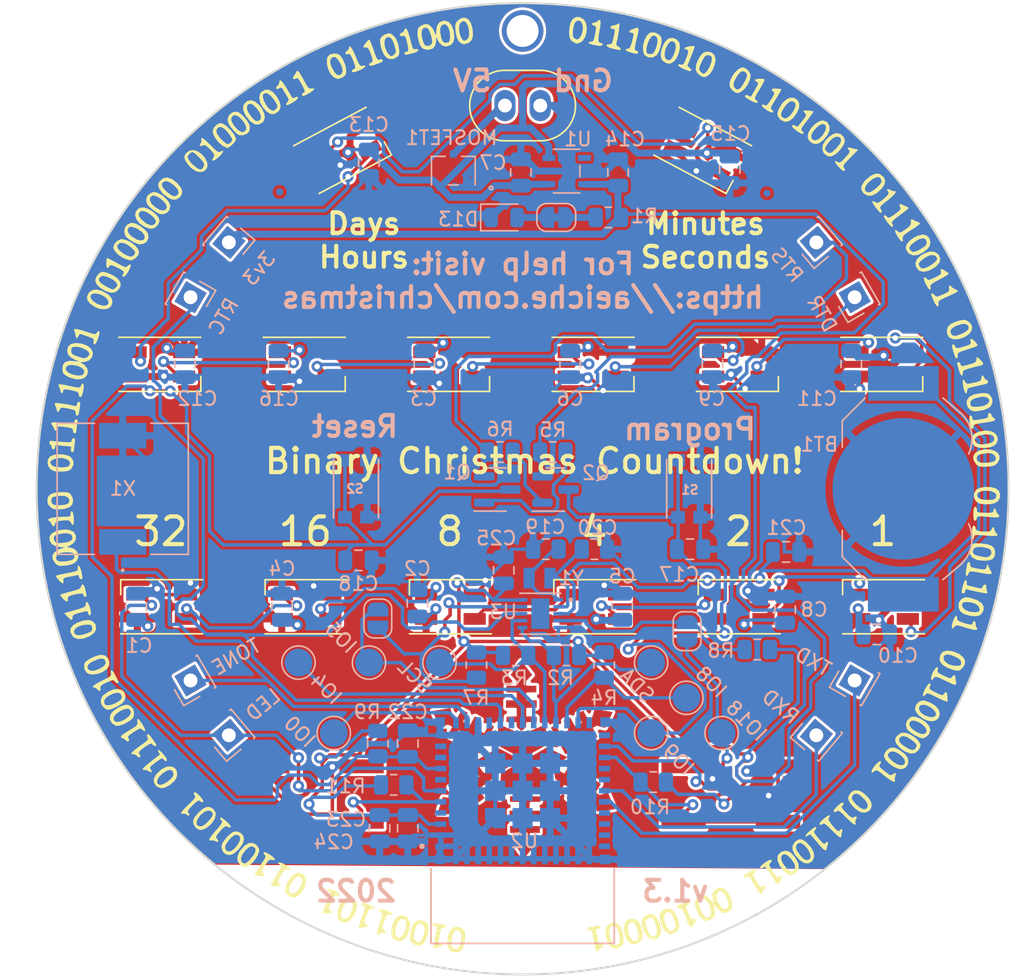
<source format=kicad_pcb>
(kicad_pcb (version 20211014) (generator pcbnew)
  (layers (0 "F.Cu" signal) (31 "B.Cu" signal) (34 "B.Paste" user) (35 "F.Paste" user) (36 "B.SilkS" user "B.Silkscreen") (37 "F.SilkS" user "F.Silkscreen") (38 "B.Mask" user) (39 "F.Mask" user) (44 "Edge.Cuts" user))
  (net 0 "")
  (net 1 "GND")
  (net 2 "+5V")
  (net 3 "+3.3V")
  (net 4 "GPIO9")
  (net 5 "Net-(C19-Pad1)")
  (net 6 "Net-(C20-Pad1)")
  (net 7 "Net-(D1-Pad1)")
  (net 8 "LED")
  (net 9 "Net-(D2-Pad1)")
  (net 10 "Row1")
  (net 11 "Net-(D3-Pad1)")
  (net 12 "Row2")
  (net 13 "Net-(D5-Pad1)")
  (net 14 "Net-(D6-Pad1)")
  (net 15 "Net-(D7-Pad1)")
  (net 16 "Net-(D10-Pad3)")
  (net 17 "Net-(D11-Pad3)")
  (net 18 "Net-(D10-Pad1)")
  (net 19 "Net-(D11-Pad1)")
  (net 20 "Net-(D12-Pad1)")
  (net 21 "Net-(D13-Pad2)")
  (net 23 "Net-(J1-Pad1)")
  (net 24 "DTR")
  (net 25 "RTS")
  (net 26 "RXD")
  (net 27 "TXD")
  (net 28 "GPIO8")
  (net 29 "TONE")
  (net 30 "SDA")
  (net 31 "SCL")
  (net 32 "ButtonRight")
  (net 33 "ButtonLeft")
  (net 34 "GPIO0")
  (net 35 "Net-(Q1-Pad1)")
  (net 36 "Enable")
  (net 37 "Net-(Q2-Pad1)")
  (net 53 "BATT")
  (net 54 "GPIO18")
  (net 55 "GPIO4")
  (net 56 "CLK")
  (net 57 "GPIO5")
  (net 58 "RTC_INTB")
  (net 59 "RTC_INTA")
  (net 61 "Net-(JP3-Pad1)")
  (footprint "LED_SMD:LED_SK6812MINI_PLCC4_3.5x3.5mm_P1.75mm" (layer "F.Cu") (at 175.872504 91.03)
    (fp_text reference "D11" hide)
    (fp_text value "SK6812MINI" hide)
  )
  (footprint "Fiducial:Fiducial_0.5mm_Mask1mm" (layer "F.Cu") (at 180 99.5)
    (fp_text reference "FID2" hide)
    (fp_text value "Fiducial" hide)
  )
  (footprint "LED_SMD:LED_SK6812MINI_PLCC4_3.5x3.5mm_P1.75mm" (layer "F.Cu") (at 165.6 108.5 180)
    (fp_text reference "D7" hide)
    (fp_text value "SK6812MINI" hide)
  )
  (footprint "ChristmasCountdownFootprints:binary6" (layer "F.Cu") (at 150.225089 100.373851 -0.85)
    (fp_text reference "G***" hide)
    (fp_text value "LOGO" hide)
  )
  (footprint "LED_SMD:LED_SK6812MINI_PLCC4_3.5x3.5mm_P1.75mm" (layer "F.Cu") (at 155.072504 91.03)
    (fp_text reference "D3" hide)
    (fp_text value "SK6812MINI" hide)
  )
  (footprint "LED_SMD:LED_SK6812MINI_PLCC4_3.5x3.5mm_P1.75mm" (layer "F.Cu") (at 155.2 108.5 180)
    (fp_text reference "D5" hide)
    (fp_text value "SK6812MINI" hide)
  )
  (footprint "LED_SMD:LED_SK6812MINI_PLCC4_3.5x3.5mm_P1.75mm" (layer "F.Cu") (at 165.472504 91.03)
    (fp_text reference "D14" hide)
    (fp_text value "SK6812MINI" hide)
  )
  (footprint "LED_SMD:LED_SK6812MINI_PLCC4_3.5x3.5mm_P1.75mm" (layer "F.Cu") (at 123.872504 91.03)
    (fp_text reference "D10" hide)
    (fp_text value "SK6812MINI" hide)
  )
  (footprint "ChristmasCountdownFootprints:EVQQ2B03W" (layer "F.Cu") (at 135 122)
    (fp_text reference "SW1" hide)
    (fp_text value "SW_Push" hide)
  )
  (footprint "ChristmasCountdownFootprints:CopperSnowflakeGraphic" (layer "F.Cu") (at 150 119.5)
    (fp_text reference "U5" hide)
    (fp_text value "CopperSnowflake" hide)
  )
  (footprint "LED_SMD:LED_SK6812MINI_PLCC4_3.5x3.5mm_P1.75mm" (layer "F.Cu") (at 134.4 108.5 180)
    (fp_text reference "D4" hide)
    (fp_text value "SK6812MINI" hide)
  )
  (footprint "Fiducial:Fiducial_0.5mm_Mask1mm" (layer "F.Cu") (at 120 99.5)
    (fp_text reference "FID1" hide)
    (fp_text value "Fiducial" hide)
  )
  (footprint "ChristmasCountdownFootprints:EVQQ2B03W" (layer "F.Cu") (at 165 122)
    (fp_text reference "SW2" hide)
    (fp_text value "SW_Push" hide)
  )
  (footprint "LED_SMD:LED_SK6812MINI_PLCC4_3.5x3.5mm_P1.75mm" (layer "F.Cu") (at 144.672504 91.03)
    (fp_text reference "D6" hide)
    (fp_text value "SK6812MINI" hide)
  )
  (footprint "LED_SMD:LED_SK6812MINI_PLCC4_3.5x3.5mm_P1.75mm" (layer "F.Cu") (at 162.97 75.61 -28)
    (fp_text reference "D15" hide)
    (fp_text value "SK6812MINI" hide)
  )
  (footprint "LED_SMD:LED_SK6812MINI_PLCC4_3.5x3.5mm_P1.75mm" (layer "F.Cu") (at 144.8 108.5 180)
    (fp_text reference "D2" hide)
    (fp_text value "SK6812MINI" hide)
  )
  (footprint "ChristmasCountdownFootprints:Hanger" (layer "F.Cu") (at 150.4 67)
    (fp_text reference "U4" hide)
    (fp_text value "Hanger" hide)
  )
  (footprint "ChristmasCountdownFootprints:Hand_solderable_1x2" (layer "F.Cu") (at 150 72.37801)
    (fp_text reference "J1" hide)
    (fp_text value "Power In")
  )
  (footprint "LED_SMD:LED_SK6812MINI_PLCC4_3.5x3.5mm_P1.75mm" (layer "F.Cu") (at 176 108.5 180)
    (fp_text reference "D9" hide)
    (fp_text value "SK6812MINI" hide)
  )
  (footprint "LED_SMD:LED_SK6812MINI_PLCC4_3.5x3.5mm_P1.75mm" (layer "F.Cu") (at 134.272504 91.03)
    (fp_text reference "D8" hide)
    (fp_text value "SK6812MINI" hide)
  )
  (footprint "LED_SMD:LED_SK6812MINI_PLCC4_3.5x3.5mm_P1.75mm" (layer "F.Cu") (at 124 108.5 180)
    (fp_text reference "D1" hide)
    (fp_text value "SK6812MINI" hide)
  )
  (footprint "LED_SMD:LED_SK6812MINI_PLCC4_3.5x3.5mm_P1.75mm" (layer "F.Cu") (at 137.03 75.61 28)
    (fp_text reference "D12" hide)
    (fp_text value "SK6812MINI" hide)
  )
  (footprint "Resistor_SMD:R_0805_2012Metric" (layer "B.Cu") (at 166.9034 111.5822 180)
    (fp_text reference "R8")
    (fp_text value "10k")
  )
  (footprint "Capacitor_SMD:C_0805_2012Metric" (layer "B.Cu") (at 163.675 91 90)
    (fp_text reference "C9")
    (fp_text value "0.1uF" hide)
  )
  (footprint "Capacitor_SMD:C_0805_2012Metric" (layer "B.Cu") (at 175.514 110.49 180)
    (fp_text reference "C10")
    (fp_text value "0.1uF" hide)
  )
  (footprint "Connector_PinSocket_2.54mm:PinSocket_1x01_P2.54mm_Vertical" (layer "B.Cu") (at 173.92 113.81 -120)
    (fp_text reference "J5" hide)
    (fp_text value "Conn_01x01_Female" hide)
  )
  (footprint "Capacitor_SMD:C_0805_2012Metric" (layer "B.Cu") (at 173.675 91 90)
    (fp_text reference "C11")
    (fp_text value "0.1uF" hide)
  )
  (footprint "Resistor_SMD:R_0805_2012Metric" (layer "B.Cu") (at 146.675 112.7 -90)
    (fp_text reference "R7")
    (fp_text value "10k")
  )
  (footprint "Package_TO_SOT_SMD:SOT-23" (layer "B.Cu") (at 152.375 100.05)
    (fp_text reference "Q2")
    (fp_text value "BC817" hide)
  )
  (footprint "Connector_PinSocket_2.54mm:PinSocket_1x01_P2.54mm_Vertical" (layer "B.Cu") (at 128.84 82.24 50)
    (fp_text reference "J6" hide)
    (fp_text value "Conn_01x01_Female" hide)
  )
  (footprint "Capacitor_SMD:C_0805_2012Metric" (layer "B.Cu") (at 162.06 104.35)
    (fp_text reference "C17")
    (fp_text value "0.1uF")
  )
  (footprint "Connector_PinSocket_2.54mm:PinSocket_1x01_P2.54mm_Vertical" (layer "B.Cu") (at 126.08 86.19 60)
    (fp_text reference "J8" hide)
    (fp_text value "CLK" hide)
  )
  (footprint "Fiducial:Fiducial_0.5mm_Mask1mm" (layer "B.Cu") (at 132.5 78.6 180)
    (fp_text reference "FID3" hide)
    (fp_text value "Fiducial" hide)
  )
  (footprint "Capacitor_SMD:C_0805_2012Metric" (layer "B.Cu") (at 148.6408 105.8672 90)
    (fp_text reference "C25")
    (fp_text value "0.1uF")
  )
  (footprint "Connector_PinSocket_2.54mm:PinSocket_1x01_P2.54mm_Vertical" (layer "B.Cu") (at 173.92 86.19 -60)
    (fp_text reference "J2" hide)
    (fp_text value "Conn_01x01_Female" hide)
  )
  (footprint "Jumper:SolderJumper-2_P1.3mm_Bridged_RoundedPad1.0x1.5mm" (layer "B.Cu") (at 152.4254 80.4418 180)
    (fp_text reference "JP3" hide)
    (fp_text value "Cut PWR LED" hide)
  )
  (footprint "Capacitor_SMD:C_0805_2012Metric" (layer "B.Cu") (at 142.425 108.25 -90)
    (fp_text reference "C2")
    (fp_text value "0.1uF" hide)
  )
  (footprint "Connector_PinSocket_2.54mm:PinSocket_1x01_P2.54mm_Vertical" (layer "B.Cu") (at 128.84 117.76 -50)
    (fp_text reference "J13" hide)
    (fp_text value "LED")
  )
  (footprint "Resistor_SMD:R_0805_2012Metric" (layer "B.Cu") (at 156.175 80.4418 180)
    (fp_text reference "R1")
    (fp_text value "75 Ohm")
  )
  (footprint "Capacitor_SMD:C_0805_2012Metric" (layer "B.Cu") (at 125.675 91 90)
    (fp_text reference "C12")
    (fp_text value "0.1uF" hide)
  )
  (footprint "ChristmasCountdownFootprints:XCVR_ESP32-C3-MINI-1-N4" (layer "B.Cu") (at 150 124.46)
    (fp_text reference "U2")
    (fp_text value "ESP32-C3-MINI-1-N4")
  )
  (footprint "Connector_PinSocket_2.54mm:PinSocket_1x01_P2.54mm_Vertical" (layer "B.Cu") (at 126.08 113.81 -60)
    (fp_text reference "J10" hide)
    (fp_text value "TONE")
  )
  (footprint "Jumper:SolderJumper-2_P1.3mm_Open_RoundedPad1.0x1.5mm" (layer "B.Cu") (at 139.573 109.347 -90)
    (fp_text reference "JP2" hide)
    (fp_text value "SolderJumper_2_Open")
  )
  (footprint "ChristmasCountdownFootprints:PKMCS0909E4000-R1" (layer "B.Cu") (at 121.194 100 90)
    (fp_text reference "X1")
    (fp_text value "PKMCS0909E4000-R1" hide)
  )
  (footprint "Resistor_SMD:R_0805_2012Metric" (layer "B.Cu") (at 155.875 112.7 -90)
    (fp_text reference "R4")
    (fp_text value "10k" hide)
  )
  (footprint "Capacitor_SMD:C_0805_2012Metric" (layer "B.Cu") (at 141.732 124.46 90)
    (fp_text reference "C23")
    (fp_text value "10uf")
  )
  (footprint "TestPoint:TestPoint_Pad_D2.0mm" (layer "B.Cu") (at 161.798 115.062 180)
    (fp_text reference "J9" hide)
    (fp_text value "IO8" hide)
  )
  (footprint "Resistor_SMD:R_0805_2012Metric" (layer "B.Cu") (at 159.4104 121.1326 180)
    (fp_text reference "R10")
    (fp_text value "10k")
  )
  (footprint "ChristmasCountdownFootprints:SSM3J334R" (layer "B.Cu") (at 145.01 77.07 180)
    (fp_text reference "MOSFET1")
    (fp_text value "SSM3J334R" hide)
  )
  (footprint "ChristmasCountdownFootprints:XC6220B331MR-G" (layer "B.Cu") (at 153.175 77.1)
    (fp_text reference "U1")
    (fp_text value "XC6220B331MR-G" hide)
  )
  (footprint "TestPoint:TestPoint_Pad_D2.0mm" (layer "B.Cu") (at 159.258 117.602 180)
    (fp_text reference "J14" hide)
    (fp_text value "IO9" hide)
  )
  (footprint "ChristmasCountdownFootprints:CM8V-T1A-Crystal" (layer "B.Cu") (at 151.22 106.43 90)
    (fp_text reference "Y1")
    (fp_text value "7pf" hide)
  )
  (footprint "Resistor_SMD:R_0805_2012Metric" (layer "B.Cu") (at 139.573 118.364 -90)
    (fp_text reference "R9")
    (fp_text value "10k")
  )
  (footprint "TestPoint:TestPoint_Pad_D2.0mm" (layer "B.Cu") (at 144.018 112.522 180)
    (fp_text reference "J12" hide)
    (fp_text value "SCL")
  )
  (footprint "ChristmasCountdownFootprints:SW_KMR621NGLFS" (layer "B.Cu") (at 162 100 -90)
    (fp_text reference "S1")
    (fp_text value "KMR621NGLFS")
  )
  (footprint "Resistor_SMD:R_0805_2012Metric" (layer "B.Cu") (at 155.175 104.35)
    (fp_text reference "C20")
    (fp_text value "4pF" hide)
  )
  (footprint "Capacitor_SMD:C_0805_2012Metric" (layer "B.Cu") (at 156.875 77.2 -90)
    (fp_text reference "C14")
    (fp_text value "10uf" hide)
  )
  (footprint "Battery:BatteryHolder_LINX_BAT-HLD-012-SMT" (layer "B.Cu") (at 177.425 100 -90)
    (fp_text reference "BT1")
    (fp_text value "Battery_Cell")
  )
  (footprint "Capacitor_SMD:C_0805_2012Metric" (layer "B.Cu") (at 142.925 91 90)
    (fp_text reference "C3")
    (fp_text value "0.1uF" hide)
  )
  (footprint "TestPoint:TestPoint_Pad_D2.0mm" (layer "B.Cu") (at 136.398 117.602 180)
    (fp_text reference "IO0")
    (fp_text value "IO0" hide)
  )
  (footprint "Capacitor_SMD:C_0805_2012Metric" (layer "B.Cu") (at 139.7 124.46 90)
    (fp_text reference "C24")
    (fp_text value "0.1uf")
  )
  (footprint "Resistor_SMD:R_0805_2012Metric" (layer "B.Cu") (at 148.375 97.35 180)
    (fp_text reference "R6")
    (fp_text value "10k")
  )
  (footprint "TestPoint:TestPoint_Pad_D2.0mm" (layer "B.Cu") (at 138.938 112.522 180)
    (fp_text reference "IO5")
    (fp_text value "IO5" hide)
  )
  (footprint "Capacitor_SMD:C_0805_2012Metric" (layer "B.Cu") (at 157.175 108.5 -90)
    (fp_text reference "C5")
    (fp_text value "0.1uF" hide)
  )
  (footprint "Resistor_SMD:R_0805_2012Metric" (layer "B.Cu") (at 149.5 112)
    (fp_text reference "R3")
    (fp_text value "4.7k" hide)
  )
  (footprint "Capacitor_SMD:C_0805_2012Metric" (layer "B.Cu") (at 138.925 76.5 90)
    (fp_text reference "C13")
    (fp_text value "0.1uF" hide)
  )
  (footprint "Capacitor_SMD:C_0805_2012Metric" (layer "B.Cu") (at 141.732 118.364 90)
    (fp_text reference "C22")
    (fp_text value "0.1uF")
  )
  (footprint "Capacitor_SMD:C_0805_2012Metric" (layer "B.Cu") (at 168.91 108.71 -90)
    (fp_text reference "C8")
    (fp_text value "0.1uF" hide)
  )
  (footprint "Capacitor_SMD:C_0805_2012Metric" (layer "B.Cu") (at 168.975 104.55)
    (fp_text reference "C21")
    (fp_text value "0.1uF" hide)
  )
  (footprint "TestPoint:TestPoint_Pad_D2.0mm" (layer "B.Cu") (at 164.338 117.602 180)
    (fp_text reference "J7" hide)
    (fp_text value "IO18" hide)
  )
  (footprint "Jumper:SolderJumper-2_P1.3mm_Open_RoundedPad1.0x1.5mm" (layer "B.Cu") (at 161.8488 110.2614 90)
    (fp_text reference "JP1" hide)
    (fp_text value "SolderJumper_2_Open" hide)
  )
  (footprint "Capacitor_SMD:C_0805_2012Metric" (layer "B.Cu") (at 164.925 77 90)
    (fp_text reference "C15")
    (fp_text value "0.1uF" hide)
  )
  (footprint "Resistor_SMD:R_0805_2012Metric" (layer "B.Cu") (at 140.716 121.3358)
    (fp_text reference "R11")
    (fp_text value "10k")
  )
  (footprint "Capacitor_SMD:C_0805_2012Metric" (layer "B.Cu") (at 149.875 77.2 90)
    (fp_text reference "C7")
    (fp_text value "10uF" hide)
  )
  (footprint "Capacitor_SMD:C_0805_2012Metric" (layer "B.Cu") (at 132.675 108.5 -90)
    (fp_text reference "C4")
    (fp_text value "0.1uF" hide)
  )
  (footprint "Capacitor_SMD:C_0805_2012Metric" (layer "B.Cu") (at 122.175 108.5 -90)
    (fp_text reference "C1")
    (fp_text value "0.1uF" hide)
  )
  (footprint "LED_SMD:LED_0805_2012Metric" (layer "B.Cu") (at 148.6662 80.4418)
    (fp_text reference "D13")
    (fp_text value "Red" hide)
  )
  (footprint "ChristmasCountdownFootprints:SW_KMR621NGLFS" (layer "B.Cu") (at 138 100 -90)
    (fp_text reference "S2")
    (fp_text value "KMR621NGLFS")
  )
  (footprint "TestPoint:TestPoint_Pad_D2.0mm" (layer "B.Cu") (at 133.858 112.522 180)
    (fp_text reference "IO4")
    (fp_text value "IO4" hide)
  )
  (footprint "Capacitor_SMD:C_0805_2012Metric" (layer "B.Cu") (at 138.176 105.156)
    (fp_text reference "C18")
    (fp_text value "0.1uF")
  )
  (footprint "Fiducial:Fiducial_0.5mm_Mask1mm" (layer "B.Cu") (at 167.6 78.7 180)
    (fp_text reference "FID4" hide)
    (fp_text value "Fiducial" hide)
  )
  (footprint "Connector_PinSocket_2.54mm:PinSocket_1x01_P2.54mm_Vertical" (layer "B.Cu") (at 171.16 117.76 -130)
    (fp_text reference "J4" hide)
    (fp_text value "Conn_01x01_Female" hide)
  )
  (footprint "Capacitor_SMD:C_0805_2012Metric" (layer "B.Cu") (at 132.425 91 90)
    (fp_text reference "C16")
    (fp_text value "0.1uF" hide)
  )
  (footprint "Resistor_SMD:R_0805_2012Metric" (layer "B.Cu") (at 151.675 104.35 180)
    (fp_text reference "C19")
    (fp_text value "4pF" hide)
  )
  (footprint "Resistor_SMD:R_0805_2012Metric" (layer "B.Cu") (at 153.1625 112 180)
    (fp_text reference "R2")
    (fp_text value "4.7k" hide)
  )
  (footprint "Resistor_SMD:R_0805_2012Metric" (layer "B.Cu") (at 152.175 97.35 180)
    (fp_text reference "R5")
    (fp_text value "10k" hide)
  )
  (footprint "Package_TO_SOT_SMD:SOT-23" (layer "B.Cu") (at 148.175 100.05)
    (fp_text reference "Q1")
    (fp_text value "BC817" hide)
  )
  (footprint "Connector_PinSocket_2.54mm:PinSocket_1x01_P2.54mm_Vertical" (layer "B.Cu") (at 171.16 82.24 -50)
    (fp_text reference "J3" hide)
    (fp_text value "Conn_01x01_Female" hide)
  )
  (footprint "TestPoint:TestPoint_Pad_D2.0mm" (layer "B.Cu") (at 159.258 112.522 180)
    (fp_text reference "J11" hide)
    (fp_text value "SDA" hide)
  )
  (footprint "ChristmasCountdownFootprints:PCF85363ATL_AX" (layer "B.Cu") (at 151.275 109 180)
    (fp_text reference "U3")
    (fp_text value "PCF85363ATL/AX" hide)
  )
  (footprint "Capacitor_SMD:C_0805_2012Metric" (layer "B.Cu") (at 153.425 91 90)
    (fp_text reference "C6")
    (fp_text value "0.1uF" hide)
  )
  (gr_circle (center 150 100) (end 185 100) (layer "Edge.Cuts") (width 0.15) (fill none))
  (gr_text "Program" (at 162.052 95.7) (layer "B.SilkS") (effects (font (size 1.5 1.5) (thickness 0.3)) (justify mirror)))
  (gr_text "v1.3" (at 161 129) (layer "B.SilkS") (effects (font (size 1.5 1.5) (thickness 0.3)) (justify mirror)))
  (gr_text "2022" (at 138 129) (layer "B.SilkS") (effects (font (size 1.5 1.5) (thickness 0.3)) (justify mirror)))
  (gr_text "Reset" (at 137.922 95.504) (layer "B.SilkS") (effects (font (size 1.5 1.5) (thickness 0.3)) (justify mirror)))
  (gr_text "Gnd" (at 154.375 70.6) (layer "B.SilkS") (effects (font (size 1.5 1.5) (thickness 0.3)) (justify mirror)))
  (gr_text "5V" (at 146.375 70.6) (layer "B.SilkS") (effects (font (size 1.5 1.5) (thickness 0.3)) (justify mirror)))
  (gr_text "For help visit:\nhttps://aeiche.com/christmas" (at 150 85) (layer "B.SilkS") (effects (font (size 1.5 1.5) (thickness 0.3)) (justify mirror)))
  (gr_text "2" (at 165.55 103.075) (layer "F.SilkS") (effects (font (size 2 2) (thickness 0.3))))
  (gr_text "16" (at 134.35 103.075) (layer "F.SilkS") (effects (font (size 2 2) (thickness 0.3))))
  (gr_text "Binary Christmas Countdown!" (at 150.85 98) (layer "F.SilkS") (effects (font (size 1.75 1.75) (thickness 0.3))))
  (gr_text "4" (at 155.15 103.075) (layer "F.SilkS") (effects (font (size 2 2) (thickness 0.3))))
  (gr_text "Minutes\nSeconds" (at 163.175 82.1) (layer "F.SilkS") (effects (font (size 1.5 1.5) (thickness 0.3))))
  (gr_text "Days\nHours" (at 138.575 82.1) (layer "F.SilkS") (effects (font (size 1.5 1.5) (thickness 0.3))))
  (gr_text "8" (at 144.75 103.075) (layer "F.SilkS") (effects (font (size 2 2) (thickness 0.3))))
  (gr_text "1" (at 175.95 103.075) (layer "F.SilkS") (effects (font (size 2 2) (thickness 0.3))))
  (gr_text "32" (at 123.95 103.075) (layer "F.SilkS") (effects (font (size 2 2) (thickness 0.3))))
  (segment (start 123.675 107.2) (end 124.1 107.625) (width 0.25) (layer "F.Cu") (net 1))
  (segment (start 174.275498 92.057994) (end 174.122504 91.905) (width 0.5) (layer "F.Cu") (net 1))
  (segment (start 147.3163 106.5991) (end 147.3163 106.8587) (width 0.25) (layer "F.Cu") (net 1))
  (segment (start 166.499598 107.625) (end 167.35 107.625) (width 0.25) (layer "F.Cu") (net 1))
  (segment (start 166.026518 92.751518) (end 166.026518 92.780108) (width 0.25) (layer "F.Cu") (net 1))
  (segment (start 161.6 120) (end 162.78 120) (width 0.25) (layer "F.Cu") (net 1))
  (segment (start 154.58 91.905) (end 154.675 92) (width 0.25) (layer "F.Cu") (net 1))
  (segment (start 164.845402 91.905) (end 163.722504 91.905) (width 0.25) (layer "F.Cu") (net 1))
  (segment (start 168.4 121.43) (end 167.72 122.11) (width 0.25) (layer "F.Cu") (net 1))
  (segment (start 144 92.4) (end 143.505 91.905) (width 0.25) (layer "F.Cu") (net 1))
  (segment (start 153.322504 91.905) (end 154.58 91.905) (width 0.25) (layer "F.Cu") (net 1))
  (segment (start 124.1 107.625) (end 125.75 107.625) (width 0.25) (layer "F.Cu") (net 1))
  (segment (start 143.505 91.905) (end 142.922504 91.905) (width 0.25) (layer "F.Cu") (net 1))
  (segment (start 136.870576 76.668363) (end 136.43142 76.668363) (width 0.25) (layer "F.Cu") (net 1))
  (segment (start 154.675 92) (end 154.883766 92) (width 0.25) (layer "F.Cu") (net 1))
  (segment (start 154.883766 92) (end 155.804335 92.920569) (width 0.25) (layer "F.Cu") (net 1))
  (segment (start 133.858 123.444) (end 131.6 121.186) (width 0.25) (layer "F.Cu") (net 1))
  (segment (start 125.75 107.1) (end 126.075 106.775) (width 0.25) (layer "F.Cu") (net 1))
  (segment (start 134.95 107) (end 135.525 107) (width 0.25) (layer "F.Cu") (net 1))
  (segment (start 132.522504 91.905) (end 133.58 91.905) (width 0.25) (layer "F.Cu") (net 1))
  (segment (start 138.365193 120.034807) (end 138.4 120) (width 0.25) (layer "F.Cu") (net 1))
  (segment (start 177.375 107.625) (end 177.75 107.625) (width 0.5) (layer "F.Cu") (net 1))
  (segment (start 177.625 107.5) (end 177.75 107.625) (width 0.25) (layer "F.Cu") (net 1))
  (segment (start 166.227299 107.352701) (end 166.499598 107.625) (width 0.25) (layer "F.Cu") (net 1))
  (segment (start 156.95 107.625) (end 156.555 107.625) (width 0.5) (layer "F.Cu") (net 1))
  (segment (start 133.58 91.905) (end 133.925 92.25) (width 0.25) (layer "F.Cu") (net 1))
  (segment (start 135.525 107) (end 136.15 107.625) (width 0.25) (layer "F.Cu") (net 1))
  (segment (start 175.649502 109.449502) (end 175.649502 109.350498) (width 0.5) (layer "F.Cu") (net 1))
  (segment (start 156.39 107.065) (end 156.95 107.625) (width 0.25) (layer "F.Cu") (net 1))
  (segment (start 122.122504 91.905) (end 124.138051 91.905) (width 0.5) (layer "F.Cu") (net 1))
  (segment (start 156.555 107.625) (end 155.88 106.95) (width 0.5) (layer "F.Cu") (net 1))
  (segment (start 162.512548 77.059498) (end 161.014054 75.561004) (width 0.25) (layer "F.Cu") (net 1))
  (segment (start 162.512548 77.087451) (end 162.512548 77.059498) (width 0.25) (layer "F.Cu") (net 1))
  (segment (start 124.138051 91.905) (end 124.162853 91.880198) (width 0.5) (layer "F.Cu") (net 1))
  (segment (start 174.275498 92.8) (end 174.275498 92.057994) (width 0.5) (layer "F.Cu") (net 1))
  (segment (start 125.75 107.625) (end 125.75 107.1) (width 0.25) (layer "F.Cu") (net 1))
  (segment (start 162.78 120) (end 163.68 120.9) (width 0.25) (layer "F.Cu") (net 1))
  (segment (start 136.2945 123.444) (end 133.858 123.444) (width 0.25) (layer "F.Cu") (net 1))
  (segment (start 165.012701 91.737701) (end 166.026518 92.751518) (width 0.25) (layer "F.Cu") (net 1))
  (segment (start 131.6 121.186) (end 131.6 120) (width 0.25) (layer "F.Cu") (net 1))
  (segment (start 136.2945 120.034807) (end 136.2945 123.444) (width 0.25) (layer "F.Cu") (net 1))
  (segment (start 136.43142 76.668363) (end 135.895629 77.204154) (width 0.25) (layer "F.Cu") (net 1))
  (segment (start 165.012701 91.737701) (end 164.845402 91.905) (width 0.25) (layer "F.Cu") (net 1))
  (segment (start 175.649502 109.350498) (end 177.375 107.625) (width 0.5) (layer "F.Cu") (net 1))
  (segment (start 147.3163 106.8587) (end 146.55 107.625) (width 0.25) (layer "F.Cu") (net 1))
  (segment (start 168.05 120.35) (end 168.4 120) (width 0.25) (layer "F.Cu") (net 1))
  (segment (start 136.2945 120.034807) (end 138.365193 120.034807) (width 0.25) (layer "F.Cu") (net 1))
  (segment (start 166.15 120.35) (end 168.05 120.35) (width 0.25) (layer "F.Cu") (net 1))
  (segment (start 168.4 120) (end 168.4 121.43) (width 0.25) (layer "F.Cu") (net 1))
  (via (at 165.012701 91.737701) (size 0.8) (drill 0.4) (layers "F.Cu" "B.Cu") (net 1))
  (via (at 136.2945 120.034807) (size 0.8) (drill 0.4) (layers "F.Cu" "B.Cu") (net 1))
  (via (at 147.3163 106.5991) (size 0.8) (drill 0.4) (layers "F.Cu" "B.Cu") (net 1))
  (via (at 167.72 122.11) (size 0.8) (drill 0.4) (layers "F.Cu" "B.Cu") (net 1))
  (via (at 134.95 107) (size 0.8) (drill 0.4) (layers "F.Cu" "B.Cu") (net 1))
  (via (at 144 92.4) (size 0.8) (drill 0.4) (layers "F.Cu" "B.Cu") (net 1))
  (via (at 174.275498 92.8) (size 0.8) (drill 0.4) (layers "F.Cu" "B.Cu") (net 1))
  (via (at 163.68 120.9) (size 0.8) (drill 0.4) (layers "F.Cu" "B.Cu") (net 1))
  (via (at 124.162853 91.880198) (size 0.8) (drill 0.4) (layers "F.Cu" "B.Cu") (net 1))
  (via (at 166.227299 107.352701) (size 0.8) (drill 0.4) (layers "F.Cu" "B.Cu") (net 1))
  (via (at 162.512548 77.087451) (size 0.8) (drill 0.4) (layers "F.Cu" "B.Cu") (net 1))
  (via (at 166.026518 92.780108) (size 0.8) (drill 0.4) (layers "F.Cu" "B.Cu") (net 1))
  (via (at 123.675 107.2) (size 0.8) (drill 0.4) (layers "F.Cu" "B.Cu") (net 1))
  (via (at 136.870576 76.668363) (size 0.8) (drill 0.4) (layers "F.Cu" "B.Cu") (net 1))
  (via (at 133.925 92.25) (size 0.8) (drill 0.4) (layers "F.Cu" "B.Cu") (net 1))
  (via (at 126.075 106.775) (size 0.8) (drill 0.4) (layers "F.Cu" "B.Cu") (net 1))
  (via (at 175.649502 109.449502) (size 0.8) (drill 0.4) (layers "F.Cu" "B.Cu") (net 1))
  (via (at 155.804335 92.920569) (size 0.8) (drill 0.4) (layers "F.Cu" "B.Cu") (net 1))
  (via (at 154.675 92) (size 0.8) (drill 0.4) (layers "F.Cu" "B.Cu") (net 1))
  (via (at 155.88 106.95) (size 0.8) (drill 0.4) (layers "F.Cu" "B.Cu") (net 1))
  (via (at 166.15 120.35) (size 0.8) (drill 0.4) (layers "F.Cu" "B.Cu") (net 1))
  (segment (start 133.163604 88.8) (end 127.317493 82.953889) (width 0.25) (layer "B.Cu") (net 1))
  (segment (start 140.43 93.69) (end 139.05 92.31) (width 0.5) (layer "B.Cu") (net 1))
  (segment (start 150 119.785) (end 151.975 119.785) (width 0.5) (layer "B.Cu") (net 1))
  (segment (start 146 117.76) (end 148.025 119.785) (width 0.5) (layer "B.Cu") (net 1))
  (segment (start 158.5444 108.1) (end 162.26 108.1) (width 0.25) (layer "B.Cu") (net 1))
  (segment (start 140.707 118.439) (end 138.101 118.439) (width 0.25) (layer "B.Cu") (net 1))
  (segment (start 166.774695 107.1755) (end 166.35 106.750805) (width 0.25) (layer "B.Cu") (net 1))
  (segment (start 149.875 76.25) (end 150.2148 76.25) (width 0.5) (layer "B.Cu") (net 1))
  (segment (start 134.654384 119.696805) (end 134.654384 118.652384) (width 0.25) (layer "B.Cu") (net 1))
  (segment (start 165.22 110.055572) (end 165.22 108.007103) (width 0.25) (layer "B.Cu") (net 1))
  (segment (start 166.175 104.940812) (end 166.175 97.875) (width 0.25) (layer "B.Cu") (net 1))
  (segment (start 136.425307 119.904) (end 136.2945 120.034807) (width 0.25) (layer "B.Cu") (net 1))
  (segment (start 163.6776 109.1184) (end 163.6776 110.7476) (width 0.25) (layer "B.Cu") (net 1))
  (segment (start 163.675 91.95) (end 163.775 92.05) (width 0.5) (layer "B.Cu") (net 1))
  (segment (start 148.025 119.785) (end 146.97 118.73) (width 0.25) (layer "B.Cu") (net 1))
  (segment (start 155.0625 103.325) (end 151.7875 103.325) (width 0.25) (layer "B.Cu") (net 1))
  (segment (start 168.513173 103.5) (end 168.85 103.836827) (width 0.25) (layer "B.Cu") (net 1))
  (segment (start 135.079079 120.1215) (end 134.654384 119.696805) (width 0.25) (layer "B.Cu") (net 1))
  (segment (start 152.394399 79.121) (end 149.0495 79.121) (width 0.5) (layer "B.Cu") (net 1))
  (segment (start 142.182 124.96) (end 141.732 125.41) (width 0.25) (layer "B.Cu") (net 1))
  (segment (start 135.975 80.4) (end 138.925 77.45) (width 0.25) (layer "B.Cu") (net 1))
  (segment (start 169.925 104.55) (end 169.925 99.475) (width 0.25) (layer "B.Cu") (net 1))
  (segment (start 138.8 97.95) (end 138.8 96.23) (width 0.25) (layer "B.Cu") (net 1))
  (segment (start 147.972201 76.25) (end 149.875 76.25) (width 0.5) (layer "B.Cu") (net 1))
  (segment (start 169.925 104.55) (end 172.875 104.55) (width 0.5) (layer "B.Cu") (net 1))
  (segment (start 156.875 76.25) (end 156.025 77.1) (width 0.5) (layer "B.Cu") (net 1))
  (segment (start 134.768358 91.95) (end 132.425 91.95) (width 0.5) (layer "B.Cu") (net 1))
  (segment (start 163.775 92.615) (end 166.175 95.015) (width 0.5) (layer "B.Cu") (net 1))
  (segment (start 167.72 122.11) (end 164.9 122.11) (width 0.25) (layer "B.Cu") (net 1))
  (segment (start 148.025 119.785) (end 148.025 123.735) (width 0.25) (layer "B.Cu") (net 1))
  (segment (start 167.875 120.625) (end 166.425 120.625) (width 0.25) (layer "B.Cu") (net 1))
  (segment (start 162.8 102.05) (end 162.8 104.14) (width 0.25) (layer "B.Cu") (net 1))
  (segment (start 144 92.4) (end 144.747553 91.652447) (width 0.25) (layer "B.Cu") (net 1))
  (segment (start 149.0495 79.121) (end 147.7287 80.4418) (width 0.5) (layer "B.Cu") (net 1))
  (segment (start 156.774904 91.95) (end 163.675 91.95) (width 0.25) (layer "B.Cu") (net 1))
  (segment (start 172.875 104.55) (end 177.425 100) (width 0.5) (layer "B.Cu") (net 1))
  (segment (start 138.8 96.23) (end 140.43 94.6) (width 0.25) (layer "B.Cu") (net 1))
  (segment (start 168.85 103.836827) (end 168.85 104.55) (width 0.25) (layer "B.Cu") (net 1))
  (segment (start 165.561662 110.485765) (end 165.650193 110.485765) (width 0.25) (layer "B.Cu") (net 1))
  (segment (start 163.845 108.951) (end 163.6776 109.1184) (width 0.25) (layer "B.Cu") (net 1))
  (segment (start 165.052299 106.063513) (end 166.175 104.940812) (width 0.25) (layer "B.Cu") (net 1))
  (segment (start 138.18 106.93) (end 137.46 107.65) (width 0.25) (layer "B.Cu") (net 1))
  (segment (start 144.747553 91.652447) (end 144.747553 90.052447) (width 0.25) (layer "B.Cu") (net 1))
  (segment (start 167.175 107.55) (end 166.8005 107.1755) (width 0.25) (layer "B.Cu") (net 1))
  (segment (start 162.575314 119.0752) (end 158.5214 119.0752) (width 0.25) (layer "B.Cu") (net 1))
  (segment (start 170.3 113.717208) (end 170.3 115.585312) (width 0.25) (layer "B.Cu") (net 1))
  (segment (start 123.675 107.2) (end 124.1 107.625) (width 0.25) (layer "B.Cu") (net 1))
  (segment (start 157.712451 77.087451) (end 162.512548 77.087451) (width 0.5) (layer "B.Cu") (net 1))
  (segment (start 156.05 76.25) (end 156.875 76.25) (width 0.5) (layer "B.Cu") (net 1))
  (segment (start 124.232655 91.95) (end 125.675 91.95) (width 0.25) (layer "B.Cu") (net 1))
  (segment (start 135.128358 92.31) (end 134.768358 91.95) (width 0.5) (layer "B.Cu") (net 1))
  (segment (start 143.375 92.4) (end 142.925 91.95) (width 0.25) (layer "B.Cu") (net 1))
  (segment (start 170.63 120.79) (end 169.38 122.04) (width 0.25) (layer "B.Cu") (net 1))
  (segment (start 166.026518 92.780108) (end 167.655108 92.780108) (width 0.25) (layer "B.Cu") (net 1))
  (segment (start 152.5704 110.000252) (end 154.070252 110.000252) (width 0.25) (layer "B.Cu") (net 1))
  (segment (start 163.215596 119.715482) (end 162.575314 119.0752) (width 0.25) (layer "B.Cu") (net 1))
  (segment (start 143.915753 88.8) (end 133.163604 88.8) (width 0.25) (layer "B.Cu") (net 1))
  (segment (start 156.025 77.1) (end 153.3542 77.1) (width 0.5) (layer "B.Cu") (net 1))
  (segment (start 138.101 118.439) (end 136.505193 120.034807) (width 0.25) (layer "B.Cu") (net 1))
  (segment (start 151.975 119.785) (end 151.975 121.76) (width 0.5) (layer "B.Cu") (net 1))
  (segment (start 139.05 92.31) (end 135.128358 92.31) (width 0.5) (layer "B.Cu") (net 1))
  (segment (start 142.425 107.3) (end 141.805 106.68) (width 0.25) (layer "B.Cu") (net 1))
  (segment (start 167.175 107.55) (end 168.17 107.55) (width 0.25) (layer "B.Cu") (net 1))
  (segment (start 151.0648 77.1) (end 151.888749 77.1) (width 0.5) (layer "B.Cu") (net 1))
  (segment (start 140.25 99.725) (end 138.8 101.175) (width 0.25) (layer "B.Cu") (net 1))
  (segment (start 156.575 106.95) (end 157.175 107.55) (width 0.5) (layer "B.Cu") (net 1))
  (segment (start 166.35 106.750805) (end 166.35 106.038604) (width 0.25) (layer "B.Cu") (net 1))
  (segment (start 139.126 105.156) (end 139.126 105.984) (width 0.25) (layer "B.Cu") (net 1))
  (segment (start 163.845 107.350996) (end 163.845 108.951) (width 0.25) (layer "B.Cu") (net 1))
  (segment (start 169.925 99.475) (end 168.025 97.575) (width 0.25) (layer "B.Cu") (net 1))
  (segment (start 147.3163 106.5991) (end 148.6408 105.2746) (width 0.25) (layer "B.Cu") (net 1))
  (segment (start 163.034502 107.325498) (end 163.819502 107.325498) (width 0.25) (layer "B.Cu") (net 1))
  (segment (start 145.960001 78.2622) (end 147.972201 76.25) (width 0.5) (layer "B.Cu") (net 1))
  (segment (start 134.654384 118.652384) (end 131.826 115.824) (width 0.25) (layer "B.Cu") (net 1))
  (segment (start 151.975 123.735) (end 150 123.735) (width 0.5) (layer "B.Cu") (net 1))
  (segment (start 144.990385 89.809615) (end 144.990385 89.175368) (width 0.25) (layer "B.Cu") (net 1))
  (segment (start 122.525 107.2) (end 122.175 107.55) (width 0.25) (layer "B.Cu") (net 1))
  (segment (start 164.062451 77.087451) (end 164.925 77.95) (width 0.5) (layer "B.Cu") (net 1))
  (segment (start 148.025 121.76) (end 150 121.76) (width 0.5) (layer "B.Cu") (net 1))
  (segment (start 170.3 115.585312) (end 168.737493 117.147819) (width 0.25) (layer "B.Cu") (net 1))
  (segment (start 155.9 126.66) (end 155.95 126.71) (width 0.25) (layer "B.Cu") (net 1))
  (segment (start 176.125 110.895) (end 175.445 111.575) (width 0.25) (layer "B.Cu") (net 1))
  (segment (start 128.918104 80.4) (end 135.975 80.4) (width 0.25) (layer "B.Cu") (net 1))
  (segment (start 143.96508 88.750673) (end 143.915753 88.8) (width 0.25) (layer "B.Cu") (net 1))
  (segment (start 150 119.785) (end 150 121.76) (width 0.25) (layer "B.Cu") (net 1))
  (segment (start 163.573 114.326771) (end 163.573 116.081) (width 0.25) (layer "B.Cu") (net 1))
  (segment (start 163.68 120.9) (end 163.215596 120.435596) (width 0.25) (layer "B.Cu") (net 1))
  (segment (start 156.2562 116.81) (end 155.95 116.81) (width 0.25) (layer "B.Cu") (net 1))
  (segment (start 149.208 104.35) (end 148.6408 104.9172) (width 0.25) (layer "B.Cu") (net 1))
  (segment (start 166.175 95.015) (end 166.175 97.875) (width 0.5) (layer "B.Cu") (net 1))
  (segment (start 153.111827 92) (end 148.425 96.686827) (width 0.25) (layer "B.Cu") (net 1))
  (segment (start 165.052299 107.839402) (end 165.052299 106.063513) (width 0.25) (layer "B.Cu") (net 1))
  (segment (start 148.025 119.785) (end 150 119.785) (width 0.5) (layer "B.Cu") (net 1))
  (segment (start 153.3542 77.1) (end 153.3542 78.161199) (width 0.5) (layer "B.Cu") (net 1))
  (segment (start 164.054502 111.124502) (end 164.922925 111.124502) (width 0.25) (layer "B.Cu") (net 1))
  (segment (start 154.675 92) (end 153.475 92) (width 0.5) (layer "B.Cu") (net 1))
  (segment (start 151.975 123.735) (end 151.975 121.76) (width 0.5) (layer "B.Cu") (net 1))
  (segment (start 124.1 107.625) (end 124.1 114.694532) (width 0.25) (layer "B.Cu") (net 1))
  (segment (start 163.573 116.081) (end 160.8328 118.8212) (width 0.25) (layer "B.Cu") (net 1))
  (segment (start 166.227299 107.352701) (end 166.424598 107.55) (width 0.25) (layer "B.Cu") (net 1))
  (segment (start 148.025 123.735) (end 145.05 126.71) (width 0.25) (layer "B.Cu") (net 1))
  (segment (start 133.925 92.25) (end 132.725 92.25) (width 0.25) (layer "B.Cu") (net 1))
  (segment (start 154.675 92) (end 153.111827 92) (width 0.25) (layer "B.Cu") (net 1))
  (segment (start 150.7625 104.35) (end 149.208 104.35) (width 0.25) (layer "B.Cu") (net 1))
  (segment (start 151.975 121.76) (end 148.025 121.76) (width 0.25) (layer "B.Cu") (net 1))
  (segment (start 148.425 99.328249) (end 148.028249 99.725) (width 0.25) (layer "B.Cu") (net 1))
  (segment (start 165.650193 110.485765) (end 165.22 110.055572) (width 0.25) (layer "B.Cu") (net 1))
  (segment (start 144.1 117.76) (end 146 117.76) (width 0.5) (layer "B.Cu") (net 1))
  (segment (start 144.05 116.81) (end 144.05 117.71) (width 0.25) (layer "B.Cu") (net 1))
  (segment (start 144.56569 88.750673) (end 143.96508 88.750673) (width 0.25) (layer "B.Cu") (net 1))
  (segment (start 152.175 77.1) (end 151.888749 77.1) (width 0.25) (layer "B.Cu") (net 1))
  (segment (start 150 123.735) (end 150 121.76) (width 0.5) (layer "B.Cu") (net 1))
  (segment (start 173.675 91.95) (end 173.475 92.15) (width 0.5) (layer "B.Cu") (net 1))
  (segment (start 148.6408 105.2746) (end 148.6408 104.9172) (width 0.25) (layer "B.Cu") (net 1))
  (segment (start 153.3542 78.161199) (end 152.394399 79.121) (width 0.5) (layer "B.Cu") (net 1))
  (segment (start 157.175 107.55) (end 157.9944 107.55) (width 0.25) (layer "B.Cu") (net 1))
  (segment (start 151.975 121.76) (end 150 121.76) (width 0.5) (layer "B.Cu") (net 1))
  (segment (start 145.2 126.56) (end 148.025 123.735) (width 0.5) (layer "B.Cu") (net 1))
  (segment (start 166.35 106.038604) (end 167.2 105.188604) (width 0.25) (layer "B.Cu") (net 1))
  (segment (start 169.925 104.55) (end 170.18 104.295) (width 0.25) (layer "B.Cu") (net 1))
  (segment (start 141.675 80.2) (end 138.925 77.45) (width 0.5) (layer "B.Cu") (net 1))
  (segment (start 164.800402 91.95) (end 163.675 91.95) (width 0.25) (layer "B.Cu") (net 1))
  (segment (start 144.747553 90.052447) (end 144.990385 89.809615) (width 0.25) (layer "B.Cu") (net 1))
  (segment (start 170.63 119.45) (end 170.63 120.79) (width 0.25) (layer "B.Cu") (net 1))
  (segment (start 176.125 110.25) (end 176.125 110.895) (width 0.25) (layer "B.Cu") (net 1))
  (segment (start 164.9 122.11) (end 163.625 120.835) (width 0.25) (layer "B.Cu") (net 1))
  (segment (start 166.8005 107.1755) (end 166.774695 107.1755) (width 0.25) (layer "B.Cu") (net 1))
  (segment (start 144.990385 89.175368) (end 144.56569 88.750673) (width 0.25) (layer "B.Cu") (net 1))
  (segment (start 136.870576 76.668363) (end 138.143363 76.668363) (width 0.25) (layer "B.Cu") (net 1))
  (segment (start 146.8 118.56) (end 146 117.76) (width 0.25) (layer "B.Cu") (net 1))
  (segment (start 126.075 101.055501) (end 126.075 106.775) (width 0.25) (layer "B.Cu") (net 1))
  (segment (start 151.7875 103.325) (end 150.7625 104.35) (width 0.25) (layer "B.Cu") (net 1))
  (segment (start 162.8 102.05) (end 162.8 97.95) (width 0.25) (layer "B.Cu") (net 1))
  (segment (start 165.012701 91.737701) (end 164.800402 91.95) (width 0.25) (layer "B.Cu") (net 1))
  (segment (start 173.475 92.15) (end 173.475 96.05) (width 0.5) (layer "B.Cu") (net 1))
  (segment (start 169.637493 118.457493) (end 170.63 119.45) (width 0.25) (layer "B.Cu") (net 1))
  (segment (start 154.795 110.725) (end 159.971229 110.725) (width 0.25) (layer "B.Cu") (net 1))
  (segment (start 164.035 106.300193) (end 164.035 107.11) (width 0.25) (layer "B.Cu") (net 1))
  (segment (start 144 92.4) (end 143.375 92.4) (width 0.25) (layer "B.Cu") (net 1))
  (segment (start 131.826 115.824) (end 127.020533 115.824) (width 0.25) (layer "B.Cu") (net 1))
  (segment (start 164.922925 111.124502) (end 165.561662 110.485765) (width 0.25) (layer "B.Cu") (net 1))
  (segment (start 156.0875 104.35) (end 156.199569 104.35) (width 0.25) (layer "B.Cu") (net 1))
  (segment (start 136.505193 120.034807) (end 136.2945 120.034807) (width 0.25) (layer "B.Cu") (net 1))
  (segment (start 163.610305 105.875498) (end 164.035 106.300193) (width 0.25) (layer "B.Cu") (net 1))
  (segment (start 151.975 119.785) (end 148.025 119.785) (width 0.25) (layer "B.Cu") (net 1))
  (segment (start 174.175 91.95) (end 169.225 91.95) (width 0.25) (layer "B.Cu") (net 1))
  (segment (start 132.775 107.65) (end 132.675 107.55) (width 0.25) (layer "B.Cu") (net 1))
  (segment (start 155.804335 92.920569) (end 156.774904 91.95) (width 0.25) (layer "B.Cu") (net 1))
  (segment (start 154.8 126.56) (end 151.975 123.735) (width 0.5) (layer "B.Cu") (net 1))
  (segment (start 148.028249 99.725) (end 140.25 99.725) (width 0.25) (layer "B.Cu") (net 1))
  (segment (start 163.6776 110.7476) (end 164.054502 111.124502) (width 0.25) (layer "B.Cu") (net 1))
  (segment (start 145.05 126.71) (end 144.05 126.71) (width 0.25) (layer "B.Cu") (net 1))
  (segment (start 148.425 96.686827) (end 148.425 99.328249) (width 0.25) (layer "B.Cu") (net 1))
  (segment (start 145.2 126.66) (end 145.2 126.56) (width 0.5) (layer "B.Cu") (net 1))
  (segment (start 171 113.017208) (end 170.3 113.717208) (width 0.25) (layer "B.Cu") (net 1))
  (segment (start 154 126.66) (end 155.9 126.66) (width 0.25) (layer "B.Cu") (net 1))
  (segment (start 165.650193 110.485765) (end 170.485765 110.485765) (width 0.25) (layer "B.Cu") (net 1))
  (segment (start 167.2 105.188604) (end 167.2 103.836827) (width 0.25) (layer "B.Cu") (net 1))
  (segment (start 167.536827 103.5) (end 168.513173 103.5) (width 0.25) (layer "B.Cu") (net 1))
  (segment (start 153.475 92) (end 153.425 91.95) (width 0.5) (layer "B.Cu") (net 1))
  (segment (start 152.17801 72.37801) (end 156.05 76.25) (width 0.5) (layer "B.Cu") (net 1))
  (segment (start 144 92.4) (end 142.63 92.4) (width 0.25) (layer "B.Cu") (net 1))
  (segment (start 157.725067 105.875498) (end 163.610305 105.875498) (width 0.25) (layer "B.Cu") (net 1))
  (segment (start 170.485765 110.485765) (end 171 111) (width 0.25) (layer "B.Cu") (net 1))
  (segment (start 171 111) (end 171 113.017208) (width 0.25) (layer "B.Cu") (net 1))
  (segment (start 171.2 114.09) (end 171.2 115.958104) (width 0.25) (layer "B.Cu") (net 1))
  (segment (start 124.1 114.694532) (end 124.463734 115.058266) (width 0.25) (layer "B.Cu") (net 1))
  (segment (start 156.875 76.25) (end 157.712451 77.087451) (width 0.5) (layer "B.Cu") (net 1))
  (segment (start 136.207807 120.1215) (end 135.079079 120.1215) (width 0.25) (layer "B.Cu") (net 1))
  (segment (start 142.078 117.76) (end 141.732 117.414) (width 0.25) (layer "B.Cu") (net 1))
  (segment (start 141.732 117.414) (end 140.707 118.439) (width 0.25) (layer "B.Cu") (net 1))
  (segment (start 169.225 91.95) (end 168.025 93.15) (width 0.25) (layer "B.Cu") (net 1))
  (segment (start 127.020533 115.824) (end 126.125 116.719533) (width 0.25) (layer "B.Cu") (net 1))
  (segment (start 171.2 115.958104) (end 169.637493 117.520611) (width 0.25) (layer "B.Cu") (net 1))
  (segment (start 148.025 123.735) (end 150 123.735) (width 0.5) (layer "B.Cu") (net 1))
  (segment (start 162.26 108.1) (end 163.034502 107.325498) (width 0.25) (layer "B.Cu") (net 1))
  (segment (start 145.2 126.66) (end 154 126.66) (width 0.25) (layer "B.Cu") (net 1))
  (segment (start 132.725 92.25) (end 132.425 91.95) (width 0.25) (layer "B.Cu") (net 1))
  (segment (start 154.8 126.66) (end 154.8 126.56) (width 0.5) (layer "B.Cu") (net 1))
  (segment (start 153.3542 77.1) (end 151.888749 77.1) (width 0.5) (layer "B.Cu") (net 1))
  (segment (start 144.1 126.66) (end 144.05 126.71) (width 0.25) (layer "B.Cu") (net 1))
  (segment (start 144.1 124.96) (end 144.1 126.66) (width 0.25) (layer "B.Cu") (net 1))
  (segment (start 165.22 108.007103) (end 165.052299 107.839402) (width 0.25) (layer "B.Cu") (net 1))
  (segment (start 168.025 97.575) (end 168.025 93.15) (width 0.25) (layer "B.Cu") (net 1))
  (segment (start 167.655108 92.780108) (end 168.025 93.15) (width 0.25) (layer "B.Cu") (net 1))
  (segment (start 173.715 111.575) (end 171.2 114.09) (width 0.25) (layer "B.Cu") (net 1))
  (segment (start 144.1 117.76) (end 142.078 117.76) (width 0.25) (layer "B.Cu") (net 1))
  (segment (start 162.8 104.14) (end 163.01 104.35) (width 0.25) (layer "B.Cu") (net 1))
  (segment (start 160.8328 118.8212) (end 160.8328 119.0752) (width 0.25) (layer "B.Cu") (net 1))
  (segment (start 137.46 107.65) (end 132.775 107.65) (width 0.25) (layer "B.Cu") (net 1))
  (segment (start 139.126 105.984) (end 138.18 106.93) (width 0.25) (layer "B.Cu") (net 1))
  (segment (start 163.675 92.3) (end 163.675 91.95) (width 0.5) (layer "B.Cu") (net 1))
  (segment (start 143.68 106.045) (end 142.425 107.3) (width 0.25) (layer "B.Cu") (net 1))
  (segment (start 127.317493 82.953889) (end 127.317493 82.000611) (width 0.25) (layer "B.Cu") (net 1))
  (segment (start 164.035 107.11) (end 163.819502 107.325498) (width 0.25) (layer "B.Cu") (net 1))
  (segment (start 138.8 102.05) (end 138.8 97.95) (width 0.25) (layer "B.Cu") (net 1))
  (segment (start 167.2 103.836827) (end 167.536827 103.5) (width 0.25) (layer "B.Cu") (net 1))
  (segment (start 176.125 109.925) (end 176.125 110.25) (width 0.5) (layer "B.Cu") (net 1))
  (segment (start 141.805 106.68) (end 138.43 106.68) (width 0.25) (layer "B.Cu") (net 1))
  (segment (start 146.7622 106.045) (end 143.68 106.045) (width 0.25) (layer "B.Cu") (net 1))
  (segment (start 159.971229 110.725) (end 163.573 114.326771) (width 0.25) (layer "B.Cu") (net 1))
  (segment (start 163.215596 120.435596) (end 163.215596 119.715482) (width 0.25) (layer "B.Cu") (net 1))
  (segment (start 168.85 104.55) (end 169.925 104.55) (width 0.25) (layer "B.Cu") (net 1))
  (segment (start 147.3163 106.5991) (end 146.7622 106.045) (width 0.25) (layer "B.Cu") (net 1))
  (segment (start 166.425 120.625) (end 166.15 120.35) (width 0.25) (layer "B.Cu") (net 1))
  (segment (start 162.512548 77.087451) (end 164.062451 77.087451) (width 0.5) (layer "B.Cu") (net 1))
  (segment (start 138.8 101.175) (end 138.8 102.05) (width 0.25) (layer "B.Cu") (net 1))
  (segment (start 156.0875 104.35) (end 155.0625 103.325) (width 0.25) (layer "B.Cu") (net 1))
  (segment (start 151.975 123.735) (end 148.025 123.735) (width 0.25) (layer "B.Cu") (net 1))
  (segment (start 136.2945 120.034807) (end 136.2945 119.9915) (width 0.25) (layer "B.Cu") (net 1))
  (segment (start 168.737493 117.147819) (end 168.737493 119.762507) (width 0.25) (layer "B.Cu") (net 1))
  (segment (start 156.199569 104.35) (end 157.725067 105.875498) (width 0.25) (layer "B.Cu") (net 1))
  (segment (start 173.475 96.05) (end 177.425 100) (width 0.5) (layer "B.Cu") (net 1))
  (segment (start 169.637493 117.520611) (end 169.637493 118.457493) (width 0.25) (layer "B.Cu") (net 1))
  (segment (start 163.775 92.05) (end 163.775 92.615) (width 0.5) (layer "B.Cu") (net 1))
  (segment (start 124.463734 115.058266) (end 124.0005 114.595033) (width 0.25) (layer "B.Cu") (net 1))
  (segment (start 151.27 72.37801) (end 152.17801 72.37801) (width 0.5) (layer "B.Cu") (net 1))
  (segment (start 146.8 118.56) (end 146.97 118.73) (width 0.5) (layer "B.Cu") (net 1))
  (segment (start 150.2148 76.25) (end 151.0648 77.1) (width 0.5) (layer "B.Cu") (net 1))
  (segment (start 154.070252 110.000252) (end 154.795 110.725) (width 0.25) (layer "B.Cu") (net 1))
  (segment (start 126.125 116.719533) (end 124.463734 115.058266) (width 0.25) (layer "B.Cu") (net 1))
  (segment (start 169.38 122.04) (end 167.72 122.04) (width 0.25) (layer "B.Cu") (net 1))
  (segment (start 142.63 92.4) (end 140.43 94.6) (width 0.25) (layer "B.Cu") (net 1))
  (segment (start 127.317493 82.000611) (end 128.918104 80.4) (width 0.25) (layer "B.Cu") (net 1))
  (segment (start 146.8 116.86) (end 146.8 118.56) (width 0.5) (layer "B.Cu") (net 1))
  (segment (start 138.43 106.68) (end 138.18 106.93) (width 0.25) (layer "B.Cu") (net 1))
  (segment (start 157.9944 107.55) (end 158.5444 108.1) (width 0.25) (layer "B.Cu") (net 1))
  (segment (start 163.819502 107.325498) (end 163.845 107.350996) (width 0.25) (layer "B.Cu") (net 1))
  (segment (start 155.88 106.95) (end 156.575 106.95) (width 0.5) (layer "B.Cu") (net 1))
  (segment (start 144.05 117.71) (end 144.1 117.76) (width 0.25) (layer "B.Cu") (net 1))
  (segment (start 166.424598 107.55) (end 167.175 107.55) (width 0.25) (layer "B.Cu") (net 1))
  (segment (start 175.445 111.575) (end 173.715 111.575) (width 0.25) (layer "B.Cu") (net 1))
  (segment (start 141.732 125.41) (end 139.7 125.41) (width 0.25) (layer "B.Cu") (net 1))
  (segment (start 136.2945 120.034807) (end 136.207807 120.1215) (width 0.25) (layer "B.Cu") (net 1))
  (segment (start 138.143363 76.668363) (end 138.925 77.45) (width 0.25) (layer "B.Cu") (net 1))
  (segment (start 121.194 96.174501) (end 126.075 101.055501) (width 0.25) (layer "B.Cu") (net 1))
  (segment (start 140.43 94.6) (end 140.43 93.69) (width 0.5) (layer "B.Cu") (net 1))
  (segment (start 144.1 124.96) (end 142.182 124.96) (width 0.25) (layer "B.Cu") (net 1))
  (segment (start 168.737493 119.762507) (end 167.875 120.625) (width 0.25) (layer "B.Cu") (net 1))
  (segment (start 147.7287 80.2) (end 141.675 80.2) (width 0.5) (layer "B.Cu") (net 1))
  (segment (start 175.649502 109.449502) (end 176.125 109.925) (width 0.5) (layer "B.Cu") (net 1))
  (segment (start 158.5214 119.0752) (end 156.2562 116.81) (width 0.25) (layer "B.Cu") (net 1))
  (segment (start 123.675 107.2) (end 122.525 107.2) (width 0.25) (layer "B.Cu") (net 1))
  (segment (start 131.4 108.5) (end 132.275 109.375) (width 0.5) (layer "F.Cu") (net 2))
  (segment (start 124.671427 90.155) (end 125.622504 90.155) (width 0.25) (layer "F.Cu") (net 2))
  (segment (start 166.347504 89.28) (end 167.222504 90.155) (width 0.5) (layer "F.Cu") (net 2))
  (segment (start 153.45 109.375) (end 153.825 109.375) (width 0.5) (layer "F.Cu") (net 2))
  (segment (start 155.2745 109.375) (end 153.45 109.375) (width 0.25) (layer "F.Cu") (net 2))
  (segment (start 153.825 109.375) (end 154.75 108.45) (width 0.5) (layer "F.Cu") (net 2))
  (segment (start 154.722006 89.75) (end 156.417504 89.75) (width 0.25) (layer "F.Cu") (net 2))
  (segment (start 174.25 109.375) (end 173.225498 110.399502) (width 0.5) (layer "F.Cu") (net 2))
  (segment (start 133.925 90) (end 135.867504 90) (width 0.25) (layer "F.Cu") (net 2))
  (segment (start 156.822504 90.155) (end 157.697504 89.28) (width 0.5) (layer "F.Cu") (net 2))
  (segment (start 124.370513 89.854086) (end 124.671427 90.155) (width 0.25) (layer "F.Cu") (net 2))
  (segment (start 160.825 109.375) (end 163.85 109.375) (width 0.5) (layer "F.Cu") (net 2))
  (segment (start 132.275 109.375) (end 132.65 109.375) (width 0.5) (layer "F.Cu") (net 2))
  (segment (start 145.4 88.341058) (end 145.4 80.080999) (width 0.5) (layer "F.Cu") (net 2))
  (segment (start 177.622504 90.155) (end 176.747504 91.03) (width 0.5) (layer "F.Cu") (net 2))
  (segment (start 137.572838 74.607379) (end 137.572838 75.602162) (width 0.5) (layer "F.Cu") (net 2))
  (segment (start 142.775 109.375) (end 143.05 109.375) (width 0.5) (layer "F.Cu") (net 2))
  (segment (start 139.334847 74.015846) (end 138.164371 74.015846) (width 0.5) (layer "F.Cu") (net 2))
  (segment (start 155.3 109.4005) (end 155.2745 109.375) (width 0.25) (layer "F.Cu") (net 2))
  (segment (start 145.4 80.080999) (end 139.334847 74.015846) (width 0.5) (layer "F.Cu") (net 2))
  (segment (start 143.15 105.4) (end 141.8 106.75) (width 0.5) (layer "F.Cu") (net 2))
  (segment (start 163.416004 75.658996) (end 163.275 75.8) (width 0.5) (layer "F.Cu") (net 2))
  (segment (start 157.697504 89.28) (end 166.347504 89.28) (width 0.5) (layer "F.Cu") (net 2))
  (segment (start 135.867504 90) (end 136.022504 90.155) (width 0.25) (layer "F.Cu") (net 2))
  (segment (start 156.417504 89.75) (end 156.822504 90.155) (width 0.25) (layer "F.Cu") (net 2))
  (segment (start 144.069712 89.28) (end 136.897504 89.28) (width 0.5) (layer "F.Cu") (net 2))
  (segment (start 147.297504 89.28) (end 155.947504 89.28) (width 0.5) (layer "F.Cu") (net 2))
  (segment (start 143.75 108.675) (end 143.05 109.375) (width 0.25) (layer "F.Cu") (net 2))
  (segment (start 142.675 109.375) (end 143.05 109.375) (width 0.5) (layer "F.Cu") (net 2))
  (segment (start 120.872504 89.28) (end 120.952504 89.2) (width 0.5) (layer "F.Cu") (net 2))
  (segment (start 166.818893 89.751389) (end 167.222504 90.155) (width 0.5) (layer "F.Cu") (net 2))
  (segment (start 168.097504 91.03) (end 167.222504 90.155) (width 0.5) (layer "F.Cu") (net 2))
  (segment (start 137.272504 100.877496) (end 131.4 106.75) (width 0.5) (layer "F.Cu") (net 2))
  (segment (start 136.397504 90.155) (end 137.272504 91.03) (width 0.5) (layer "F.Cu") (net 2))
  (segment (start 131.4 106.75) (end 131.4 108.5) (width 0.5) (layer "F.Cu") (net 2))
  (segment (start 165.122006 89.751389) (end 166.818893 89.751389) (width 0.5) (layer "F.Cu") (net 2))
  (segment (start 146.422504 90.155) (end 147.297504 89.28) (width 0.5) (layer "F.Cu") (net 2))
  (segment (start 144.265385 89.475673) (end 145.743177 89.475673) (width 0.25) (layer "F.Cu") (net 2))
  (segment (start 166.249502 110.399502) (end 173.225498 110.399502) (width 0.5) (layer "F.Cu") (net 2))
  (segment (start 145.743177 89.475673) (end 146.422504 90.155) (width 0.25) (layer "F.Cu") (net 2))
  (segment (start 176 90.4) (end 177.377504 90.4) (width 0.5) (layer "F.Cu") (net 2))
  (segment (start 163.85 109.375) (end 165.564733 109.375) (width 0.5) (layer "F.Cu") (net 2))
  (segment (start 123 109.9) (end 122.475 109.375) (width 0.25) (layer "F.Cu") (net 2))
  (segment (start 141.8 108.4) (end 142.775 109.375) (width 0.5) (layer "F.Cu") (net 2))
  (segment (start 154.75 108.45) (end 154.75 106.8) (width 0.5) (layer "F.Cu") (net 2))
  (segment (start 136.022504 90.155) (end 136.397504 90.155) (width 0.5) (layer "F.Cu") (net 2))
  (segment (start 155.947504 89.28) (end 156.822504 90.155) (width 0.5) (layer "F.Cu") (net 2))
  (segment (start 143.75 108.649502) (end 143.75 108.675) (width 0.25) (layer "F.Cu") (net 2))
  (segment (start 133.075 109.8) (end 132.65 109.375) (width 0.25) (layer "F.Cu") (net 2))
  (segment (start 164.925946 75.658996) (end 163.416004 75.658996) (width 0.5) (layer "F.Cu") (net 2))
  (segment (start 125.622504 90.155) (end 126.497504 89.28) (width 0.5) (layer "F.Cu") (net 2))
  (segment (start 135.147504 89.28) (end 136.022504 90.155) (width 0.5) (layer "F.Cu") (net 2))
  (segment (start 133.775 109.8) (end 133.075 109.8) (width 0.25) (layer "F.Cu") (net 2))
  (segment (start 165.564733 109.375) (end 165.950498 109.760765) (width 0.5) (layer "F.Cu") (net 2))
  (segment (start 136.897504 89.28) (end 136.022504 90.155) (width 0.5) (layer "F.Cu") (net 2))
  (segment (start 153.35 105.4) (end 143.15 105.4) (width 0.5) (layer "F.Cu") (net 2))
  (segment (start 124.667504 89.2) (end 125.622504 90.155) (width 0.5) (layer "F.Cu") (net 2))
  (segment (start 120.872504 108.372504) (end 120.872504 89.28) (width 0.5) (layer "F.Cu") (net 2))
  (segment (start 154.75 106.8) (end 153.35 105.4) (width 0.5) (layer "F.Cu") (net 2))
  (segment (start 137.272504 91.03) (end 137.272504 100.877496) (width 0.5) (layer "F.Cu") (net 2))
  (segment (start 156.85 105.4) (end 160.825 109.375) (width 0.5) (layer "F.Cu") (net 2))
  (segment (start 137.4 109.123) (end 138.303 108.22) (width 0.5) (layer "F.Cu") (net 2))
  (segment (start 138.164371 74.015846) (end 137.572838 74.607379) (width 0.5) (layer "F.Cu") (net 2))
  (segment (start 176.747504 91.03) (end 168.097504 91.03) (width 0.5) (layer "F.Cu") (net 2))
  (segment (start 126.497504 89.28) (end 135.147504 89.28) (width 0.5) (layer "F.Cu") (net 2))
  (segment (start 144.265385 89.475673) (end 145.4 88.341058) (width 0.5) (layer "F.Cu") (net 2))
  (segment (start 163.985 109.24) (end 163.85 109.375) (width 0.25) (layer "F.Cu") (net 2))
  (segment (start 133.775 109.8) (end 134.225 110.25) (width 0.5) (layer "F.Cu") (net 2))
  (segment (start 153.35 105.4) (end 156.85 105.4) (width 0.5) (layer "F.Cu") (net 2))
  (segment (start 121.875 109.375) (end 120.872504 108.372504) (width 0.5) (layer "F.Cu") (net 2))
  (segment (start 177.377504 90.4) (end 177.622504 90.155) (width 0.5) (layer "F.Cu") (net 2))
  (segment (start 141.8 106.75) (end 141.8 108.4) (width 0.5) (layer "F.Cu") (net 2))
  (segment (start 120.952504 89.2) (end 124.667504 89.2) (width 0.5) (layer "F.Cu") (net 2))
  (segment (start 137.572838 75.602162) (end 137.425 75.75) (width 0.5) (layer "F.Cu") (net 2))
  (segment (start 137.4 110.25) (end 137.4 109.123) (width 0.5) (layer "F.Cu") (net 2))
  (segment (start 165.950498 109.760765) (end 165.950498 110.100498) (width 0.5) (layer "F.Cu") (net 2))
  (segment (start 165.950498 110.100498) (end 166.249502 110.399502) (width 0.5) (layer "F.Cu") (net 2))
  (segment (start 144.265385 89.475673) (end 144.069712 89.28) (width 0.5) (layer "F.Cu") (net 2))
  (segment (start 122.475 109.375) (end 122.25 109.375) (width 0.25) (layer "F.Cu") (net 2))
  (segment (start 141.52 108.22) (end 142.675 109.375) (width 0.5) (layer "F.Cu") (net 2))
  (segment (start 138.303 108.22) (end 141.52 108.22) (width 0.5) (layer "F.Cu") (net 2))
  (segment (start 122.25 109.375) (end 121.875 109.375) (width 0.5) (layer "F.Cu") (net 2))
  (segment (start 134.225 110.25) (end 137.4 110.25) (width 0.5) (layer "F.Cu") (net 2))
  (via (at 176 90.4) (size 0.8) (drill 0.4) (layers "F.Cu" "B.Cu") (net 2))
  (via (at 124.370513 89.854086) (size 0.8) (drill 0.4) (layers "F.Cu" "B.Cu") (net 2))
  (via (at 154.722006 89.75) (size 0.8) (drill 0.4) (layers "F.Cu" "B.Cu") (net 2))
  (via (at 163.275 75.8) (size 0.8) (drill 0.4) (layers "F.Cu" "B.Cu") (net 2))
  (via (at 144.265385 89.475673) (size 0.8) (drill 0.4) (layers "F.Cu" "B.Cu") (net 2))
  (via (at 133.775 109.8) (size 0.8) (drill 0.4) (layers "F.Cu" "B.Cu") (net 2))
  (via (at 143.75 108.649502) (size 0.8) (drill 0.4) (layers "F.Cu" "B.Cu") (net 2))
  (via (at 165.122006 89.751389) (size 0.8) (drill 0.4) (layers "F.Cu" "B.Cu") (net 2))
  (via (at 174.175 108.65) (size 0.8) (drill 0.4) (layers "F.Cu" "B.Cu") (net 2))
  (via (at 133.925 90) (size 0.8) (drill 0.4) (layers "F.Cu" "B.Cu") (net 2))
  (via (at 123 109.9) (size 0.8) (drill 0.4) (layers "F.Cu" "B.Cu") (net 2))
  (via (at 155.3 109.4005) (size 0.8) (drill 0.4) (layers "F.Cu" "B.Cu") (net 2))
  (via (at 137.425 75.75) (size 0.8) (drill 0.4) (layers "F.Cu" "B.Cu") (net 2))
  (via (at 165.950498 109.760765) (size 0.8) (drill 0.4) (layers "F.Cu" "B.Cu") (net 2))
  (segment (start 143.691058 90.05) (end 142.925 90.05) (width 0.25) (layer "B.Cu") (net 2))
  (segment (start 143.547799 77.75) (end 144.059999 78.2622) (width 0.5) (layer "B.Cu") (net 2))
  (segment (start 144.791799 78.994) (end 144.059999 78.2622) (width 0.5) (layer "B.Cu") (net 2))
  (segment (start 124.625 90.05) (end 125.675 90.05) (width 0.25) (layer "B.Cu") (net 2))
  (segment (start 143.199502 109.2) (end 143.75 108.649502) (width 0.25) (layer "B.Cu") (net 2))
  (segment (start 153.425 90.05) (end 154.422006 90.05) (width 0.25) (layer "B.Cu") (net 2))
  (segment (start 164.675 75.8) (end 164.925 76.05) (width 0.5) (layer "B.Cu") (net 2))
  (segment (start 175.9 90.5) (end 174.125 90.5) (width 0.5) (layer "B.Cu") (net 2))
  (segment (start 166.261263 109.45) (end 165.950498 109.760765) (width 0.25) (layer "B.Cu") (net 2))
  (segment (start 155.3 109.4005) (end 155.3495 109.45) (width 0.25) (layer "B.Cu") (net 2))
  (segment (start 124.370513 89.854086) (end 124.429086 89.854086) (width 0.25) (layer "B.Cu") (net 2))
  (segment (start 137.625 75.55) (end 137.425 75.75) (width 0.25) (layer "B.Cu") (net 2))
  (segment (start 124.429086 89.854086) (end 124.625 90.05) (width 0.25) (layer "B.Cu") (net 2))
  (segment (start 133.775 109.8) (end 133.425 109.45) (width 0.25) (layer "B.Cu") (net 2))
  (segment (start 133.425 109.45) (end 132.675 109.45) (width 0.25) (layer "B.Cu") (net 2))
  (segment (start 154.422006 90.05) (end 154.722006 89.75) (width 0.25) (layer "B.Cu") (net 2))
  (segment (start 132.425 90.05) (end 133.875 90.05) (width 0.25) (layer "B.Cu") (net 2))
  (segment (start 150 74) (end 150.581 74) (width 0.5) (layer "B.Cu") (net 2))
  (segment (start 176 90.4) (end 175.9 90.5) (width 0.5) (layer "B.Cu") (net 2))
  (segment (start 158.261828 75.8) (end 163.275 75.8) (width 0.5) (layer "B.Cu") (net 2))
  (segment (start 155.375935 109.476435) (end 157.148565 109.476435) (width 0.5) (layer "B.Cu") (net 2))
  (segment (start 144.265385 89.475673) (end 143.691058 90.05) (width 0.25) (layer "B.Cu") (net 2))
  (segment (start 168.86 109.45) (end 166.261263 109.45) (width 0.25) (layer "B.Cu") (net 2))
  (segment (start 150 74) (end 148.322199 74) (width 0.5) (layer "B.Cu") (net 2))
  (segment (start 174.225 110.25) (end 174.225 108.7) (width 0.5) (layer "B.Cu") (net 2))
  (segment (start 150 71.099595) (end 150.291585 70.80801) (width 0.5) (layer "B.Cu") (net 2))
  (segment (start 163.275 75.8) (end 164.675 75.8) (width 0.5) (layer "B.Cu") (net 2))
  (segment (start 150.291585 70.80801) (end 153.269838 70.80801) (width 0.5) (layer "B.Cu") (net 2))
  (segment (start 153.269838 70.80801) (end 158.261828 75.8) (width 0.5) (layer "B.Cu") (net 2))
  (segment (start 149.875 78.15) (end 147.9862 78.15) (width 0.5) (layer "B.Cu") (net 2))
  (segment (start 150.581 74) (end 151.888749 75.307749) (width 0.5) (layer "B.Cu") (net 2))
  (segment (start 138.925 75.55) (end 137.625 75.55) (width 0.25) (layer "B.Cu") (net 2))
  (segment (start 155.3 109.4005) (end 155.375935 109.476435) (width 0.5) (layer "B.Cu") (net 2))
  (segment (start 142.425 109.2) (end 143.199502 109.2) (width 0.25) (layer "B.Cu") (net 2))
  (segment (start 157.148565 109.476435) (end 157.175 109.45) (width 0.5) (layer "B.Cu") (net 2))
  (segment (start 133.875 90.05) (end 133.925 90) (width 0.25) (layer "B.Cu") (net 2))
  (segment (start 165.122006 89.751389) (end 164.823395 90.05) (width 0.25) (layer "B.Cu") (net 2))
  (segment (start 138.925 75.55) (end 141.125 77.75) (width 0.5) (layer "B.Cu") (net 2))
  (segment (start 147.9862 78.15) (end 147.1422 78.994) (width 0.5) (layer "B.Cu") (net 2))
  (segment (start 147.1422 78.994) (end 144.791799 78.994) (width 0.5) (layer "B.Cu") (net 2))
  (segment (start 164.823395 90.05) (end 163.675 90.05) (width 0.25) (layer "B.Cu") (net 2))
  (segment (start 151.888749 78.050001) (end 150.474999 78.050001) (width 0.5) (layer "B.Cu") (net 2))
  (segment (start 148.322199 74) (end 144.059999 78.2622) (width 0.5) (layer "B.Cu") (net 2))
  (segment (start 151.888749 75.307749) (end 151.888749 76.149999) (width 0.5) (layer "B.Cu") (net 2))
  (segment (start 141.125 77.75) (end 143.547799 77.75) (width 0.5) (layer "B.Cu") (net 2))
  (segment (start 174.225 108.7) (end 174.175 108.65) (width 0.5) (layer "B.Cu") (net 2))
  (segment (start 174.125 90.5) (end 173.675 90.05) (width 0.5) (layer "B.Cu") (net 2))
  (segment (start 150 74) (end 150 71.099595) (width 0.5) (layer "B.Cu") (net 2))
  (segment (start 165.849695 121.075) (end 166.145374 121.075) (width 0.25) (layer "F.Cu") (net 3))
  (segment (start 138.33 118.73) (end 145.77 111.29) (width 0.25) (layer "F.Cu") (net 3))
  (segment (start 161.6 118.6) (end 154 111) (width 0.25) (layer "F.Cu") (net 3))
  (segment (start 166.225115 119.329972) (end 166.004838 119.109695) (width 0.25) (layer "F.Cu") (net 3))
  (segment (start 135.5695 121.520299) (end 135.5695 119.734502) (width 0.25) (layer "F.Cu") (net 3))
  (segment (start 135.5695 119.734502) (end 135.653001 119.651001) (width 0.25) (layer "F.Cu") (net 3))
  (segment (start 166.145374 121.075) (end 164.503803 122.716571) (width 0.25) (layer "F.Cu") (net 3))
  (segment (start 136.129002 119.175) (end 138.155 119.175) (width 0.25) (layer "F.Cu") (net 3))
  (segment (start 166.004838 119.109695) (end 165.45 119.109695) (width 0.25) (layer "F.Cu") (net 3))
  (segment (start 166.225115 119.329972) (end 166.225115 119.625) (width 0.25) (layer "F.Cu") (net 3))
  (segment (start 165.425 120.049695) (end 165.425 120.650305) (width 0.25) (layer "F.Cu") (net 3))
  (segment (start 165.45 119.109695) (end 164.940305 118.6) (width 0.25) (layer "F.Cu") (net 3))
  (segment (start 138.33 119) (end 138.33 118.73) (width 0.25) (layer "F.Cu") (net 3))
  (segment (start 145.288 106.7695) (end 145.415 106.8965) (width 0.25) (layer "F.Cu") (net 3))
  (segment (start 164.940305 118.6) (end 161.6 118.6) (width 0.25) (layer "F.Cu") (net 3))
  (segment (start 165.425 120.650305) (end 165.849695 121.075) (width 0.25) (layer "F.Cu") (net 3))
  (segment (start 134.370299 122.7195) (end 135.5695 121.520299) (width 0.25) (layer "F.Cu") (net 3))
  (segment (start 135.379384 119.3965) (end 135.633885 119.651001) (width 0.25) (layer "F.Cu") (net 3))
  (segment (start 145.415 106.8965) (end 145.415 110.645) (width 0.25) (layer "F.Cu") (net 3))
  (segment (start 166.144723 119.329972) (end 166.225115 119.329972) (width 0.25) (layer "F.Cu") (net 3))
  (segment (start 135.653001 119.651001) (end 136.129002 119.175) (width 0.25) (layer "F.Cu") (net 3))
  (segment (start 145.77 111.29) (end 145.77 111) (width 0.25) (layer "F.Cu") (net 3))
  (segment (start 135.633885 119.651001) (end 135.653001 119.651001) (width 0.25) (layer "F.Cu") (net 3))
  (segment (start 165.425 120.049695) (end 166.144723 119.329972) (width 0.25) (layer "F.Cu") (net 3))
  (segment (start 166.225115 119.625) (end 165.849695 119.625) (width 0.25) (layer "F.Cu") (net 3))
  (segment (start 154 111) (end 145.77 111) (width 0.25) (layer "F.Cu") (net 3))
  (segment (start 138.155 119.175) (end 138.33 119) (width 0.25) (layer "F.Cu") (net 3))
  (segment (start 145.415 110.645) (end 145.77 111) (width 0.25) (layer "F.Cu") (net 3))
  (via (at 134.62 122.7195) (size 0.8) (drill 0.4) (layers "F.Cu" "B.Cu") (net 3))
  (via (at 166.225115 119.329972) (size 0.8) (drill 0.4) (layers "F.Cu" "B.Cu") (net 3))
  (via (at 145.288 106.7695) (size 0.8) (drill 0.4) (layers "F.Cu" "B.Cu") (net 3))
  (via (at 164.503803 122.716571) (size 0.8) (drill 0.4) (layers "F.Cu" "B.Cu") (net 3))
  (via (at 154 111) (size 0.8) (drill 0.4) (layers "F.Cu" "B.Cu") (net 3))
  (via (at 145.77 111) (size 0.8) (drill 0.4) (layers "F.Cu" "B.Cu") (net 3))
  (via (at 135.379384 119.3965) (size 0.8) (drill 0.4) (layers "F.Cu" "B.Cu") (net 3))
  (segment (start 160.3229 121.1326) (end 161.2119 122.0216) (width 0.25) (layer "B.Cu") (net 3))
  (segment (start 173.9 88.75) (end 175.975 86.675) (width 0.25) (layer "B.Cu") (net 3))
  (segment (start 166.574695 90.454502) (end 166.94756 90.454502) (width 0.25) (layer "B.Cu") (net 3))
  (segment (start 166.589293 108.74) (end 165.502299 107.653006) (width 0.25) (layer "B.Cu") (net 3))
  (segment (start 154.075 112) (end 155.6625 112) (width 0.25) (layer "B.Cu") (net 3))
  (segment (start 165.9 105.852208) (end 166.75 105.002208) (width 0.25) (layer "B.Cu") (net 3))
  (segment (start 165.849695 121.075) (end 165.425 120.650305) (width 0.25) (layer "B.Cu") (net 3))
  (segment (start 148.375 111.7875) (end 148.5875 112) (width 0.25) (layer "B.Cu") (net 3))
  (segment (start 169.688173 108.74) (end 166.589293 108.74) (width 0.25) (layer "B.Cu") (net 3))
  (segment (start 147.91 108.02) (end 149.959348 108.02) (width 0.25) (layer "B.Cu") (net 3))
  (segment (start 165.849695 121.075) (end 168.061396 121.075) (width 0.25) (layer "B.Cu") (net 3))
  (segment (start 147.205 107.315) (end 147.91 108.02) (width 0.25) (layer "B.Cu") (net 3))
  (segment (start 165.425 120.650305) (end 165.425 120.049695) (width 0.25) (layer "B.Cu") (net 3))
  (segment (start 165.9 106.654695) (end 165.9 105.852208) (width 0.25) (layer "B.Cu") (net 3))
  (segment (start 135.160799 123.51) (end 139.7 123.51) (width 0.25) (layer "B.Cu") (net 3))
  (segment (start 171.75 110.801827) (end 169.688173 108.74) (width 0.25) (layer "B.Cu") (net 3))
  (segment (start 170.75 115.771708) (end 170.75 113.903604) (width 0.25) (layer "B.Cu") (net 3))
  (segment (start 168.652062 88.75) (end 173.9 88.75) (width 0.25) (layer "B.Cu") (net 3))
  (segment (start 167.8159 111.5822) (end 169.5708 111.5822) (width 0.25) (layer "B.Cu") (net 3))
  (segment (start 154 111) (end 154 111.925) (width 0.25) (layer "B.Cu") (net 3))
  (segment (start 144.1 124.16) (end 143.21 124.16) (width 0.25) (layer "B.Cu") (net 3))
  (segment (start 134.370299 122.7195) (end 134.862302 122.227497) (width 0.25) (layer "B.Cu") (net 3))
  (segment (start 156.875 79.9875) (end 157.0875 80.2) (width 0.5) (layer "B.Cu") (net 3))
  (segment (start 166.12 94.14) (end 164.8775 92.8975) (width 0.25) (layer "B.Cu") (net 3))
  (segment (start 156.875 78.15) (end 156.875 79.9875) (width 0.5) (layer "B.Cu") (net 3))
  (segment (start 168.061396 121.075) (end 169.187493 119.948903) (width 0.25) (layer "B.Cu") (net 3))
  (segment (start 141.732 123.51) (end 139.7 123.51) (width 0.25) (layer "B.Cu") (net 3))
  (segment (start 129.4382 81.6418) (end 128.84 82.24) (width 0.5) (layer "B.Cu") (net 3))
  (segment (start 166.94756 90.454502) (end 168.652062 88.75) (width 0.25) (layer "B.Cu") (net 3))
  (segment (start 156.775001 78.050001) (end 156.875 78.15) (width 0.5) (layer "B.Cu") (net 3))
  (segment (start 175.975 86.675) (end 175.975 85.1) (width 0.25) (layer "B.Cu") (net 3))
  (segment (start 136.564026 119.309807) (end 138.422333 117.4515) (width 0.25) (layer "B.Cu") (net 3))
  (segment (start 148.6408 106.8172) (end 148.6408 107.2892) (width 0.25) (layer "B.Cu") (net 3))
  (segment (start 146.05 107.315) (end 147.205 107.315) (width 0.25) (layer "B.Cu") (net 3))
  (segment (start 146.675 111.7875) (end 148.375 111.7875) (width 0.25) (layer "B.Cu") (net 3))
  (segment (start 175.975 85.1) (end 171.075 80.2) (width 0.25) (layer "B.Cu") (net 3))
  (segment (start 164.8775 92.8975) (end 166.15 91.625) (width 0.25) (layer "B.Cu") (net 3))
  (segment (start 137.237596 121.412) (end 139.8035 121.412) (width 0.25) (layer "B.Cu") (net 3))
  (segment (start 135.466077 119.309807) (end 136.564026 119.309807) (width 0.25) (layer "B.Cu") (net 3))
  (segment (start 154 111.925) (end 154.075 112) (width 0.25) (layer "B.Cu") (net 3))
  (segment (start 145.8875 111) (end 146.675 111.7875) (width 0.25) (layer "B.Cu") (net 3))
  (segment (start 171.075 80.2) (end 157.0875 80.2) (width 0.25) (layer "B.Cu") (net 3))
  (segment (start 170.75 113.903604) (end 171.75 112.903604) (width 0.25) (layer "B.Cu") (net 3))
  (segment (start 145.288 106.7695) (end 145.5045 106.7695) (width 0.25) (layer "B.Cu") (net 3))
  (segment (start 157.0875 80.2) (end 157.0875 80.319249) (width 0.5) (layer "B.Cu") (net 3))
  (segment (start 134.862302 122.227497) (end 136.422099 122.227497) (width 0.25) (layer "B.Cu") (net 3))
  (segment (start 154.461251 78.050001) (end 156.775001 78.050001) (width 0.5) (layer "B.Cu") (net 3))
  (segment (start 165.502299 107.653006) (end 165.502299 107.052396) (width 0.25) (layer "B.Cu") (net 3))
  (segment (start 148.6408 107.2892) (end 147.91 108.02) (width 0.25) (layer "B.Cu") (net 3))
  (segment (start 142.56 123.51) (end 141.732 123.51) (width 0.25) (layer "B.Cu") (net 3))
  (segment (start 166.144723 119.329972) (end 166.225115 119.329972) (width 0.25) (layer "B.Cu") (net 3))
  (segment (start 143.21 124.16) (end 142.56 123.51) (width 0.25) (layer "B.Cu") (net 3))
  (segment (start 134.370299 122.7195) (end 135.160799 123.51) (width 0.25) (layer "B.Cu") (net 3))
  (segment (start 166.75 94.14) (end 166.12 94.14) (width 0.25) (layer "B.Cu") (net 3))
  (segment (start 138.422333 117.4515) (end 139.573 117.4515) (width 0.25) (layer "B.Cu") (net 3))
  (segment (start 169.187493 117.334215) (end 170.75 115.771708) (width 0.25) (layer "B.Cu") (net 3))
  (segment (start 169.5708 111.5822) (end 169.85 111.8614) (width 0.25) (layer "B.Cu") (net 3))
  (segment (start 157.0875 80.319249) (end 155.764949 81.6418) (width 0.5) (layer "B.Cu") (net 3))
  (segment (start 169.187493 119.948903) (end 169.187493 117.334215) (width 0.25) (layer "B.Cu") (net 3))
  (segment (start 154.075 111.075) (end 154 111) (width 0.5) (layer "B.Cu") (net 3))
  (segment (start 155.6625 112) (end 155.875 111.7875) (width 0.25) (layer "B.Cu") (net 3))
  (segment (start 163.808832 122.0216) (end 164.503803 122.716571) (width 0.25) (layer "B.Cu") (net 3))
  (segment (start 169.85 111.8614) (end 169.85 115.398916) (width 0.25) (layer "B.Cu") (net 3))
  (segment (start 135.379384 119.3965) (end 135.466077 119.309807) (width 0.25) (layer "B.Cu") (net 3))
  (segment (start 161.2119 122.0216) (end 163.808832 122.0216) (width 0.25) (layer "B.Cu") (net 3))
  (segment (start 166.225115 119.023801) (end 166.225115 119.329972) (width 0.25) (layer "B.Cu") (net 3))
  (segment (start 155.764949 81.6418) (end 129.4382 81.6418) (width 0.5) (layer "B.Cu") (net 3))
  (segment (start 165.502299 107.052396) (end 165.9 106.654695) (width 0.25) (layer "B.Cu") (net 3))
  (segment (start 145.5045 106.7695) (end 146.05 107.315) (width 0.25) (layer "B.Cu") (net 3))
  (segment (start 171.75 112.903604) (end 171.75 110.801827) (width 0.25) (layer "B.Cu") (net 3))
  (segment (start 166.15 91.625) (end 166.15 90.879197) (width 0.25) (layer "B.Cu") (net 3))
  (segment (start 136.422099 122.227497) (end 137.237596 121.412) (width 0.25) (layer "B.Cu") (net 3))
  (segment (start 166.15 90.879197) (end 166.574695 90.454502) (width 0.25) (layer "B.Cu") (net 3))
  (segment (start 169.85 115.398916) (end 166.225115 119.023801) (width 0.25) (layer "B.Cu") (net 3))
  (segment (start 166.75 105.002208) (end 166.75 94.14) (width 0.25) (layer "B.Cu") (net 3))
  (segment (start 149.959348 108.02) (end 149.9796 107.999748) (width 0.25) (layer "B.Cu") (net 3))
  (segment (start 165.425 120.049695) (end 166.144723 119.329972) (width 0.25) (layer "B.Cu") (net 3))
  (segment (start 145.77 111) (end 145.8875 111) (width 0.25) (layer "B.Cu") (net 3))
  (segment (start 164.549502 110.4) (end 158.77 110.4) (width 0.25) (layer "F.Cu") (net 4))
  (segment (start 164.55 110.399502) (end 164.549502 110.4) (width 0.25) (layer "F.Cu") (net 4))
  (segment (start 158.77 110.4) (end 157.61 111.56) (width 0.25) (layer "F.Cu") (net 4))
  (via (at 157.61 111.56) (size 0.8) (drill 0.4) (layers "F.Cu" "B.Cu") (net 4))
  (via (at 164.55 110.399502) (size 0.8) (drill 0.4) (layers "F.Cu" "B.Cu") (net 4))
  (segment (start 161.2 102.05) (end 161.2 104.26) (width 0.25) (layer "B.Cu") (net 4))
  (segment (start 161.2 104.26) (end 161.11 104.35) (width 0.25) (layer "B.Cu") (net 4))
  (segment (start 164.338 109.928) (end 164.55 110.14) (width 0.25) (layer "B.Cu") (net 4))
  (segment (start 164.338 108.290097) (end 164.338 109.928) (width 0.25) (layer "B.Cu") (net 4))
  (segment (start 161.29 117.602) (end 159.258 117.602) (width 0.25) (layer "B.Cu") (net 4))
  (segment (start 154 116.002) (end 154 116.86) (width 0.25) (layer "B.Cu") (net 4))
  (segment (start 153.3125 101.4125) (end 153.3125 100.05) (width 0.25) (layer "B.Cu") (net 4))
  (segment (start 163.123 114.513167) (end 163.123 115.769) (width 0.25) (layer "B.Cu") (net 4))
  (segment (start 162.185498 105.425498) (end 164.15068 105.425498) (width 0.25) (layer "B.Cu") (net 4))
  (segment (start 153.95 102.05) (end 153.3125 101.4125) (width 0.25) (layer "B.Cu") (net 4))
  (segment (start 157.973 111.197) (end 159.806833 111.197) (width 0.25) (layer "B.Cu") (net 4))
  (segment (start 157.61 111.56) (end 157.973 111.197) (width 0.25) (layer "B.Cu") (net 4))
  (segment (start 159.258 117.602) (end 157.48 115.824) (width 0.25) (layer "B.Cu") (net 4))
  (segment (start 163.123 115.769) (end 161.29 117.602) (width 0.25) (layer "B.Cu") (net 4))
  (segment (start 157.48 115.824) (end 154.178 115.824) (width 0.25) (layer "B.Cu") (net 4))
  (segment (start 164.602299 108.025798) (end 164.338 108.290097) (width 0.25) (layer "B.Cu") (net 4))
  (segment (start 164.15068 105.425498) (end 164.602299 105.877117) (width 0.25) (layer "B.Cu") (net 4))
  (segment (start 161.2 102.05) (end 161.2 97.95) (width 0.25) (layer "B.Cu") (net 4))
  (segment (start 164.602299 105.877117) (end 164.602299 108.025798) (width 0.25) (layer "B.Cu") (net 4))
  (segment (start 154.178 115.824) (end 154 116.002) (width 0.25) (layer "B.Cu") (net 4))
  (segment (start 159.806833 111.197) (end 163.123 114.513167) (width 0.25) (layer "B.Cu") (net 4))
  (segment (start 161.2 102.05) (end 153.95 102.05) (width 0.25) (layer "B.Cu") (net 4))
  (segment (start 161.11 104.35) (end 162.185498 105.425498) (width 0.25) (layer "B.Cu") (net 4))
  (segment (start 164.55 110.14) (end 164.55 110.399502) (width 0.25) (layer "B.Cu") (net 4))
  (segment (start 152.288173 104.35) (end 150.47 106.168173) (width 0.25) (layer "B.Cu") (net 5))
  (segment (start 152.100652 107.53) (end 151.18 107.53) (width 0.25) (layer "B.Cu") (net 5))
  (segment (start 152.5875 104.35) (end 152.288173 104.35) (width 0.25) (layer "B.Cu") (net 5))
  (segment (start 150.47 106.43) (end 150.47 106.82) (width 0.25) (layer "B.Cu") (net 5))
  (segment (start 150.47 106.168173) (end 150.47 106.43) (width 0.25) (layer "B.Cu") (net 5))
  (segment (start 150.47 106.82) (end 151.18 107.53) (width 0.25) (layer "B.Cu") (net 5))
  (segment (start 152.5704 107.999748) (end 152.100652 107.53) (width 0.25) (layer "B.Cu") (net 5))
  (segment (start 152.1825 106.43) (end 151.97 106.43) (width 0.25) (layer "B.Cu") (net 6))
  (segment (start 151.97 106.43) (end 152.62 106.43) (width 0.25) (layer "B.Cu") (net 6))
  (segment (start 154.2625 104.35) (end 152.1825 106.43) (width 0.25) (layer "B.Cu") (net 6))
  (segment (start 152.62 106.43) (end 153.251 107.061) (width 0.25) (layer "B.Cu") (net 6))
  (segment (start 152.55 108.5) (end 153.175 108.5) (width 0.25) (layer "B.Cu") (net 6))
  (segment (start 153.251 107.061) (end 153.251 108.424) (width 0.25) (layer "B.Cu") (net 6))
  (segment (start 133.445187 108.420187) (end 132.65 107.625) (width 0.25) (layer "F.Cu") (net 7))
  (segment (start 125.75 108.699502) (end 125.75 109.375) (width 0.25) (layer "F.Cu") (net 7))
  (segment (start 125.8 108.649502) (end 125.75 108.699502) (width 0.25) (layer "F.Cu") (net 7))
  (segment (start 133.730533 108.420187) (end 133.445187 108.420187) (width 0.25) (layer "F.Cu") (net 7))
  (via (at 133.730533 108.420187) (size 0.8) (drill 0.4) (layers "F.Cu" "B.Cu") (net 7))
  (via (at 125.8 108.649502) (size 0.8) (drill 0.4) (layers "F.Cu" "B.Cu") (net 7))
  (segment (start 132.16664 108.420187) (end 133.730533 108.420187) (width 0.25) (layer "B.Cu") (net 7))
  (segment (start 125.8 108.649502) (end 126.011701 108.649502) (width 0.25) (layer "B.Cu") (net 7))
  (segment (start 127.382199 110.02) (end 130.566827 110.02) (width 0.25) (layer "B.Cu") (net 7))
  (segment (start 126.011701 108.649502) (end 127.382199 110.02) (width 0.25) (layer "B.Cu") (net 7))
  (segment (start 130.566827 110.02) (end 132.16664 108.420187) (width 0.25) (layer "B.Cu") (net 7))
  (segment (start 123.2755 108.394527) (end 122.505973 107.625) (width 0.25) (layer "F.Cu") (net 8))
  (segment (start 133.858 121.412) (end 133.858 119.38) (width 0.25) (layer "F.Cu") (net 8))
  (segment (start 122.505973 107.625) (end 122.25 107.625) (width 0.25) (layer "F.Cu") (net 8))
  (via (at 133.858 121.412) (size 0.8) (drill 0.4) (layers "F.Cu" "B.Cu") (net 8))
  (via (at 133.858 119.38) (size 0.8) (drill 0.4) (layers "F.Cu" "B.Cu") (net 8))
  (via (at 123.2755 108.394527) (size 0.8) (drill 0.4) (layers "F.Cu" "B.Cu") (net 8))
  (segment (start 142.1638 120.142) (end 137.8712 120.142) (width 0.25) (layer "B.Cu") (net 8))
  (segment (start 144.1 121.76) (end 142.9944 121.76) (width 0.25) (layer "B.Cu") (net 8))
  (segment (start 142.875 121.6406) (end 142.875 120.8532) (width 0.25) (layer "B.Cu") (net 8))
  (segment (start 133.952 121.76) (end 133.858 121.666) (width 0.25) (layer "B.Cu") (net 8))
  (segment (start 133.858 121.666) (end 133.858 121.412) (width 0.25) (layer "B.Cu") (net 8))
  (segment (start 132.238 117.76) (end 128.84 117.76) (width 0.25) (layer "B.Cu") (net 8))
  (segment (start 128.84 117.76) (end 125.38 117.76) (width 0.25) (layer "B.Cu") (net 8))
  (segment (start 125.38 117.76) (end 121.125 113.505) (width 0.25) (layer "B.Cu") (net 8))
  (segment (start 142.9944 121.76) (end 142.875 121.6406) (width 0.25) (layer "B.Cu") (net 8))
  (segment (start 121.125 108.961827) (end 121.6923 108.394527) (width 0.25) (layer "B.Cu") (net 8))
  (segment (start 133.858 119.38) (end 132.238 117.76) (width 0.25) (layer "B.Cu") (net 8))
  (segment (start 121.6923 108.394527) (end 123.2755 108.394527) (width 0.25) (layer "B.Cu") (net 8))
  (segment (start 121.125 113.505) (end 121.125 108.961827) (width 0.25) (layer "B.Cu") (net 8))
  (segment (start 142.875 120.8532) (end 142.1638 120.142) (width 0.25) (layer "B.Cu") (net 8))
  (segment (start 136.2532 121.76) (end 133.952 121.76) (width 0.25) (layer "B.Cu") (net 8))
  (segment (start 137.8712 120.142) (end 136.2532 121.76) (width 0.25) (layer "B.Cu") (net 8))
  (segment (start 147.213 108.712) (end 152.363 108.712) (width 0.25) (layer "F.Cu") (net 9))
  (segment (start 152.363 108.712) (end 153.45 107.625) (width 0.25) (layer "F.Cu") (net 9))
  (segment (start 146.55 109.375) (end 147.213 108.712) (width 0.25) (layer "F.Cu") (net 9))
  (segment (start 135.45 108.649502) (end 135.45 108.675) (width 0.25) (layer "F.Cu") (net 10))
  (segment (start 135.45 108.675) (end 136.15 109.375) (width 0.25) (layer "F.Cu") (net 10))
  (segment (start 143.236799 107.625) (end 143.05 107.625) (width 0.25) (layer "F.Cu") (net 10))
  (segment (start 143.762299 107.0995) (end 143.236799 107.625) (width 0.25) (layer "F.Cu") (net 10))
  (via (at 135.45 108.649502) (size 0.8) (drill 0.4) (layers "F.Cu" "B.Cu") (net 10))
  (via (at 143.762299 107.0995) (size 0.8) (drill 0.4) (layers "F.Cu" "B.Cu") (net 10))
  (segment (start 140.774827 107.188) (end 138.558396 107.188) (width 0.25) (layer "B.Cu") (net 10))
  (segment (start 143.762299 107.0995) (end 143.762299 107.162701) (width 0.25) (layer "B.Cu") (net 10))
  (segment (start 138.558396 107.188) (end 137.646396 108.1) (width 0.25) (layer "B.Cu") (net 10))
  (segment (start 135.999502 108.1) (end 135.45 108.649502) (width 0.25) (layer "B.Cu") (net 10))
  (segment (start 143.138173 108.125) (end 141.711827 108.125) (width 0.25) (layer "B.Cu") (net 10))
  (segment (start 143.475 107.788173) (end 143.138173 108.125) (width 0.25) (layer "B.Cu") (net 10))
  (segment (start 141.711827 108.125) (end 140.774827 107.188) (width 0.25) (layer "B.Cu") (net 10))
  (segment (start 137.646396 108.1) (end 135.999502 108.1) (width 0.25) (layer "B.Cu") (net 10))
  (segment (start 143.475 107.45) (end 143.475 107.788173) (width 0.25) (layer "B.Cu") (net 10))
  (segment (start 143.762299 107.162701) (end 143.475 107.45) (width 0.25) (layer "B.Cu") (net 10))
  (segment (start 154.775 91) (end 154.167504 91) (width 0.25) (layer "F.Cu") (net 11))
  (segment (start 146.4 91.179502) (end 146.4 91.882496) (width 0.25) (layer "F.Cu") (net 11))
  (segment (start 146.4 91.882496) (end 146.422504 91.905) (width 0.25) (layer "F.Cu") (net 11))
  (segment (start 154.167504 91) (end 153.322504 90.155) (width 0.25) (layer "F.Cu") (net 11))
  (via (at 154.775 91) (size 0.8) (drill 0.4) (layers "F.Cu" "B.Cu") (net 11))
  (via (at 146.4 91.179502) (size 0.8) (drill 0.4) (layers "F.Cu" "B.Cu") (net 11))
  (segment (start 146.4 91.179502) (end 146.579502 91) (width 0.25) (layer "B.Cu") (net 11))
  (segment (start 146.579502 91) (end 154.775 91) (width 0.25) (layer "B.Cu") (net 11))
  (segment (start 165.165476 90.749944) (end 164.317448 90.749944) (width 0.25) (layer "F.Cu") (net 12))
  (segment (start 156.675 91.757496) (end 156.822504 91.905) (width 0.25) (layer "F.Cu") (net 12))
  (segment (start 164.317448 90.749944) (end 163.722504 90.155) (width 0.25) (layer "F.Cu") (net 12))
  (segment (start 156.675 91.2) (end 156.675 91.757496) (width 0.25) (layer "F.Cu") (net 12))
  (via (at 165.165476 90.749944) (size 0.8) (drill 0.4) (layers "F.Cu" "B.Cu") (net 12))
  (via (at 156.675 91.2) (size 0.8) (drill 0.4) (layers "F.Cu" "B.Cu") (net 12))
  (segment (start 162.798611 89.026389) (end 160.625 91.2) (width 0.25) (layer "B.Cu") (net 12))
  (segment (start 165.847006 89.451084) (end 165.422311 89.026389) (width 0.25) (layer "B.Cu") (net 12))
  (segment (start 160.625 91.2) (end 156.675 91.2) (width 0.25) (layer "B.Cu") (net 12))
  (segment (start 165.422311 89.026389) (end 162.798611 89.026389) (width 0.25) (layer "B.Cu") (net 12))
  (segment (start 165.847006 90.068414) (end 165.847006 89.451084) (width 0.25) (layer "B.Cu") (net 12))
  (segment (start 165.165476 90.749944) (end 165.847006 90.068414) (width 0.25) (layer "B.Cu") (net 12))
  (segment (start 155.681014 108.423435) (end 155.998435 108.423435) (width 0.25) (layer "F.Cu") (net 13))
  (segment (start 155.998435 108.423435) (end 156.95 109.375) (width 0.25) (layer "F.Cu") (net 13))
  (segment (start 163.12 108.350498) (end 163.124502 108.350498) (width 0.25) (layer "F.Cu") (net 13))
  (segment (start 163.124502 108.350498) (end 163.85 107.625) (width 0.25) (layer "F.Cu") (net 13))
  (via (at 155.681014 108.423435) (size 0.8) (drill 0.4) (layers "F.Cu" "B.Cu") (net 13))
  (via (at 163.12 108.350498) (size 0.8) (drill 0.4) (layers "F.Cu" "B.Cu") (net 13))
  (segment (start 162.920498 108.55) (end 155.807579 108.55) (width 0.25) (layer "B.Cu") (net 13))
  (segment (start 155.807579 108.55) (end 155.681014 108.423435) (width 0.25) (layer "B.Cu") (net 13))
  (segment (start 163.12 108.350498) (end 162.920498 108.55) (width 0.25) (layer "B.Cu") (net 13))
  (segment (start 144.022553 90.960989) (end 143.728493 90.960989) (width 0.25) (layer "F.Cu") (net 14))
  (segment (start 143.728493 90.960989) (end 142.922504 90.155) (width 0.25) (layer "F.Cu") (net 14))
  (segment (start 135.1995 91.17906) (end 135.296564 91.17906) (width 0.25) (layer "F.Cu") (net 14))
  (segment (start 135.296564 91.17906) (end 136.022504 91.905) (width 0.25) (layer "F.Cu") (net 14))
  (via (at 135.1995 91.17906) (size 0.8) (drill 0.4) (layers "F.Cu" "B.Cu") (net 14))
  (via (at 144.022553 90.960989) (size 0.8) (drill 0.4) (layers "F.Cu" "B.Cu") (net 14))
  (segment (start 143.948782 91.03476) (end 135.3438 91.03476) (width 0.25) (layer "B.Cu") (net 14))
  (segment (start 135.3438 91.03476) (end 135.1995 91.17906) (width 0.25) (layer "B.Cu") (net 14))
  (segment (start 144.022553 90.960989) (end 143.948782 91.03476) (width 0.25) (layer "B.Cu") (net 14))
  (segment (start 174.25 107.625) (end 174.25 106.825498) (width 0.25) (layer "F.Cu") (net 15))
  (segment (start 168.475 106.6245) (end 168.475 108.25) (width 0.25) (layer "F.Cu") (net 15))
  (segment (start 174.25 106.825498) (end 174.275498 106.8) (width 0.25) (layer "F.Cu") (net 15))
  (segment (start 168.475 108.25) (end 167.35 109.375) (width 0.25) (layer "F.Cu") (net 15))
  (via (at 174.275498 106.8) (size 0.8) (drill 0.4) (layers "F.Cu" "B.Cu") (net 15))
  (via (at 168.475 106.6245) (size 0.8) (drill 0.4) (layers "F.Cu" "B.Cu") (net 15))
  (segment (start 168.475 106.6245) (end 168.7495 106.35) (width 0.25) (layer "B.Cu") (net 15))
  (segment (start 173.825498 106.35) (end 174.275498 106.8) (width 0.25) (layer "B.Cu") (net 15))
  (segment (start 168.7495 106.35) (end 173.825498 106.35) (width 0.25) (layer "B.Cu") (net 15))
  (segment (start 125.212254 91.905) (end 125.622504 91.905) (width 0.25) (layer "F.Cu") (net 16))
  (segment (start 133.495366 90.905962) (end 133.273466 90.905962) (width 0.25) (layer "F.Cu") (net 16))
  (segment (start 133.273466 90.905962) (end 132.522504 90.155) (width 0.25) (layer "F.Cu") (net 16))
  (segment (start 124.131956 90.824702) (end 125.212254 91.905) (width 0.25) (layer "F.Cu") (net 16))
  (via (at 124.131956 90.824702) (size 0.8) (drill 0.4) (layers "F.Cu" "B.Cu") (net 16))
  (via (at 133.495366 90.905962) (size 0.8) (drill 0.4) (layers "F.Cu" "B.Cu") (net 16))
  (segment (start 124.213216 90.905962) (end 133.495366 90.905962) (width 0.25) (layer "B.Cu") (net 16))
  (segment (start 124.131956 90.824702) (end 124.213216 90.905962) (width 0.25) (layer "B.Cu") (net 16))
  (segment (start 178.747504 90.78) (end 177.622504 91.905) (width 0.25) (layer "F.Cu") (net 17))
  (segment (start 178.747504 89.572504) (end 178.747504 90.78) (width 0.25) (layer "F.Cu") (net 17))
  (segment (start 177.975 109.6) (end 177.75 109.375) (width 0.25) (layer "F.Cu") (net 17))
  (segment (start 177.975 110.3) (end 177.975 109.6) (width 0.25) (layer "F.Cu") (net 17))
  (segment (start 176.845688 89.130498) (end 178.305498 89.130498) (width 0.25) (layer "F.Cu") (net 17))
  (segment (start 178.305498 89.130498) (end 178.747504 89.572504) (width 0.25) (layer "F.Cu") (net 17))
  (via (at 177.975 110.3) (size 0.8) (drill 0.4) (layers "F.Cu" "B.Cu") (net 17))
  (via (at 176.845688 89.130498) (size 0.8) (drill 0.4) (layers "F.Cu" "B.Cu") (net 17))
  (segment (start 180.75 91.45) (end 178.430498 89.130498) (width 0.25) (layer "B.Cu") (net 17))
  (segment (start 183.3 103.086396) (end 183.3 96.338604) (width 0.25) (layer "B.Cu") (net 17))
  (segment (start 180.775 105.611396) (end 183.3 103.086396) (width 0.25) (layer "B.Cu") (net 17))
  (segment (start 183.3 96.338604) (end 180.75 93.788604) (width 0.25) (layer "B.Cu") (net 17))
  (segment (start 177.975 110.3) (end 178.05 110.375) (width 0.25) (layer "B.Cu") (net 17))
  (segment (start 180.775 108.525) (end 180.775 105.611396) (width 0.25) (layer "B.Cu") (net 17))
  (segment (start 178.05 110.375) (end 178.925 110.375) (width 0.25) (layer "B.Cu") (net 17))
  (segment (start 178.430498 89.130498) (end 176.845688 89.130498) (width 0.25) (layer "B.Cu") (net 17))
  (segment (start 178.925 110.375) (end 180.775 108.525) (width 0.25) (layer "B.Cu") (net 17))
  (segment (start 180.75 93.788604) (end 180.75 91.45) (width 0.25) (layer "B.Cu") (net 17))
  (segment (start 122.4755 90.8) (end 122.4755 90.507996) (width 0.25) (layer "F.Cu") (net 18))
  (segment (start 122.4755 90.507996) (end 122.122504 90.155) (width 0.25) (layer "F.Cu") (net 18))
  (segment (start 138.985946 75.939054) (end 138.985946 75.561004) (width 0.25) (layer "F.Cu") (net 18))
  (segment (start 137.425 77.5) (end 138.985946 75.939054) (width 0.25) (layer "F.Cu") (net 18))
  (via (at 122.4755 90.8) (size 0.8) (drill 0.4) (layers "F.Cu" "B.Cu") (net 18))
  (via (at 137.425 77.5) (size 0.8) (drill 0.4) (layers "F.Cu" "B.Cu") (net 18))
  (segment (start 128.731708 79.95) (end 135.788604 79.95) (width 0.25) (layer "B.Cu") (net 18))
  (segment (start 137.425 78.313604) (end 137.425 77.5) (width 0.25) (layer "B.Cu") (net 18))
  (segment (start 122.4755 89.7245) (end 124.475 87.725) (width 0.25) (layer "B.Cu") (net 18))
  (segment (start 135.788604 79.95) (end 137.425 78.313604) (width 0.25) (layer "B.Cu") (net 18))
  (segment (start 124.475 85.175) (end 126.867493 82.782507) (width 0.25) (layer "B.Cu") (net 18))
  (segment (start 124.475 87.725) (end 124.475 85.175) (width 0.25) (layer "B.Cu") (net 18))
  (segment (start 122.4755 90.8) (end 122.4755 89.7245) (width 0.25) (layer "B.Cu") (net 18))
  (segment (start 126.867493 81.814215) (end 128.731708 79.95) (width 0.25) (layer "B.Cu") (net 18))
  (segment (start 126.867493 82.782507) (end 126.867493 81.814215) (width 0.25) (layer "B.Cu") (net 18))
  (segment (start 166.875 91.557496) (end 167.222504 91.905) (width 0.25) (layer "F.Cu") (net 19))
  (segment (start 166.875 91.179502) (end 166.875 91.557496) (width 0.25) (layer "F.Cu") (net 19))
  (segment (start 174.925843 89.453995) (end 174.224838 90.155) (width 0.25) (layer "F.Cu") (net 19))
  (segment (start 174.224838 90.155) (end 174.122504 90.155) (width 0.25) (layer "F.Cu") (net 19))
  (via (at 174.925843 89.453995) (size 0.8) (drill 0.4) (layers "F.Cu" "B.Cu") (net 19))
  (via (at 166.875 91.179502) (size 0.8) (drill 0.4) (layers "F.Cu" "B.Cu") (net 19))
  (segment (start 174.696848 89.225) (end 168.829502 89.225) (width 0.25) (layer "B.Cu") (net 19))
  (segment (start 168.829502 89.225) (end 166.875 91.179502) (width 0.25) (layer "B.Cu") (net 19))
  (segment (start 174.925843 89.453995) (end 174.696848 89.225) (width 0.25) (layer "B.Cu") (net 19))
  (segment (start 162.550707 76.100305) (end 162.55 76.100305) (width 0.25) (layer "F.Cu") (net 20))
  (segment (start 162.55 75.499695) (end 162.55 76.100305) (width 0.25) (layer "F.Cu") (net 20))
  (segment (start 136.05 75.625) (end 136.675 75) (width 0.25) (layer "F.Cu") (net 20))
  (segment (start 163.339843 73.978739) (end 163.339843 74.709852) (width 0.25) (layer "F.Cu") (net 20))
  (segment (start 163.339843 74.709852) (end 162.55 75.499695) (width 0.25) (layer "F.Cu") (net 20))
  (segment (start 164.104371 77.204154) (end 163.654556 77.204154) (width 0.25) (layer "F.Cu") (net 20))
  (segment (start 135.25 75.625) (end 136.05 75.625) (width 0.25) (layer "F.Cu") (net 20))
  (segment (start 163.654556 77.204154) (end 162.550707 76.100305) (width 0.25) (layer "F.Cu") (net 20))
  (via (at 163.339843 73.978739) (size 0.8) (drill 0.4) (layers "F.Cu" "B.Cu") (net 20))
  (via (at 136.675 75) (size 0.8) (drill 0.4) (layers "F.Cu" "B.Cu") (net 20))
  (segment (start 147.643 72.032) (end 142.525 77.15) (width 0.25) (layer "B.Cu") (net 20))
  (segment (start 147.643 71.56976) (end 147.643 72.032) (width 0.25) (layer "B.Cu") (net 20))
  (segment (start 136.95 74.725) (end 136.675 75) (width 0.25) (layer "B.Cu") (net 20))
  (segment (start 150.053412 70.23301) (end 149.436423 70.85) (width 0.25) (layer "B.Cu") (net 20))
  (segment (start 139.638173 74.725) (end 136.95 74.725) (width 0.25) (layer "B.Cu") (net 20))
  (segment (start 163.339843 73.978739) (end 162.168582 75.15) (width 0.25) (layer "B.Cu") (net 20))
  (segment (start 162.168582 75.15) (end 158.425 75.15) (width 0.25) (layer "B.Cu") (net 20))
  (segment (start 158.425 75.15) (end 153.50801 70.23301) (width 0.25) (layer "B.Cu") (net 20))
  (segment (start 142.525 77.15) (end 141.338172 77.15) (width 0.25) (layer "B.Cu") (net 20))
  (segment (start 139.975 75.061827) (end 139.638173 74.725) (width 0.25) (layer "B.Cu") (net 20))
  (segment (start 141.338172 77.15) (end 139.975 75.786828) (width 0.25) (layer "B.Cu") (net 20))
  (segment (start 148.36276 70.85) (end 147.643 71.56976) (width 0.25) (layer "B.Cu") (net 20))
  (segment (start 153.50801 70.23301) (end 150.053412 70.23301) (width 0.25) (layer "B.Cu") (net 20))
  (segment (start 149.436423 70.85) (end 148.36276 70.85) (width 0.25) (layer "B.Cu") (net 20))
  (segment (start 139.975 75.786828) (end 139.975 75.061827) (width 0.25) (layer "B.Cu") (net 20))
  (segment (start 149.6037 80.4418) (end 151.7754 80.4418) (width 0.5) (layer "B.Cu") (net 21))
  (segment (start 148.50979 72.37801) (end 145.01 75.8778) (width 0.5) (layer "B.Cu") (net 23))
  (segment (start 148.73 72.37801) (end 148.50979 72.37801) (width 0.5) (layer "B.Cu") (net 23))
  (segment (start 151.2625 97.35) (end 151.2625 98.925) (width 0.25) (layer "B.Cu") (net 24))
  (segment (start 171.875 88.3) (end 168.465666 88.3) (width 0.25) (layer "B.Cu") (net 24))
  (segment (start 173.92 86.19) (end 173.31 86.8) (width 0.25) (layer "B.Cu") (net 24))
  (segment (start 156.374695 90.475) (end 155.275 91.574695) (width 0.25) (layer "B.Cu") (net 24))
  (segment (start 160.675 90.475) (end 156.374695 90.475) (width 0.25) (layer "B.Cu") (net 24))
  (segment (start 154.074695 92.775) (end 151.2625 95.587195) (width 0.25) (layer "B.Cu") (net 24))
  (segment (start 151.2625 98.925) (end 151.4375 99.1) (width 0.25) (layer "B.Cu") (net 24))
  (segment (start 173.31 86.865) (end 171.875 88.3) (width 0.25) (layer "B.Cu") (net 24))
  (segment (start 168.190666 88.575) (end 162.575 88.575) (width 0.25) (layer "B.Cu") (net 24))
  (segment (start 154.925305 92.775) (end 154.074695 92.775) (width 0.25) (layer "B.Cu") (net 24))
  (segment (start 155.4 91.699695) (end 155.4 92.300305) (width 0.25) (layer "B.Cu") (net 24))
  (segment (start 168.465666 88.3) (end 168.190666 88.575) (width 0.25) (layer "B.Cu") (net 24))
  (segment (start 155.275 91.574695) (end 155.4 91.699695) (width 0.25) (layer "B.Cu") (net 24))
  (segment (start 151.2625 95.587195) (end 151.2625 97.35) (width 0.25) (layer "B.Cu") (net 24))
  (segment (start 155.4 92.300305) (end 154.925305 92.775) (width 0.25) (layer "B.Cu") (net 24))
  (segment (start 162.575 88.575) (end 160.675 90.475) (width 0.25) (layer "B.Cu") (net 24))
  (segment (start 173.31 86.8) (end 173.31 86.865) (width 0.25) (layer "B.Cu") (net 24))
  (segment (start 171.675 86.503136) (end 171.675 87.85) (width 0.25) (layer "B.Cu") (net 25))
  (segment (start 147.2375 97.575) (end 147.4625 97.35) (width 0.25) (layer "B.Cu") (net 25))
  (segment (start 173.325 84.853136) (end 171.675 86.503136) (width 0.25) (layer "B.Cu") (net 25))
  (segment (start 171.675 87.85) (end 168.27927 87.85) (width 0.25) (layer "B.Cu") (net 25))
  (segment (start 168.00427 88.125) (end 162.388604 88.125) (width 0.25) (layer "B.Cu") (net 25))
  (segment (start 152.045498 90.454502) (end 146.099695 90.454502) (width 0.25) (layer "B.Cu") (net 25))
  (segment (start 173.325 83.2) (end 173.325 84.853136) (width 0.25) (layer "B.Cu") (net 25))
  (segment (start 172.365 82.24) (end 173.325 83.2) (width 0.25) (layer "B.Cu") (net 25))
  (segment (start 168.27927 87.85) (end 168.00427 88.125) (width 0.25) (layer "B.Cu") (net 25))
  (segment (start 171.16 82.24) (end 172.365 82.24) (width 0.25) (layer "B.Cu") (net 25))
  (segment (start 152.375 90.125) (end 152.045498 90.454502) (width 0.25) (layer "B.Cu") (net 25))
  (segment (start 152.911827 89.025) (end 152.375 89.561827) (width 0.25) (layer "B.Cu") (net 25))
  (segment (start 145.2 95.0875) (end 147.4625 97.35) (width 0.25) (layer "B.Cu") (net 25))
  (segment (start 146.099695 90.454502) (end 145.2 91.354197) (width 0.25) (layer "B.Cu") (net 25))
  (segment (start 162.388604 88.125) (end 160.488604 90.025) (width 0.25) (layer "B.Cu") (net 25))
  (segment (start 155.022311 89.025) (end 152.911827 89.025) (width 0.25) (layer "B.Cu") (net 25))
  (segment (start 156.022311 90.025) (end 155.022311 89.025) (width 0.25) (layer "B.Cu") (net 25))
  (segment (start 160.488604 90.025) (end 156.022311 90.025) (width 0.25) (layer "B.Cu") (net 25))
  (segment (start 145.2 91.354197) (end 145.2 95.0875) (width 0.25) (layer "B.Cu") (net 25))
  (segment (start 147.2375 99.1) (end 147.2375 97.575) (width 0.25) (layer "B.Cu") (net 25))
  (segment (start 152.375 89.561827) (end 152.375 90.125) (width 0.25) (layer "B.Cu") (net 25))
  (segment (start 171.16 122.033604) (end 171.16 117.76) (width 0.25) (layer "B.Cu") (net 26))
  (segment (start 159.803 124.37) (end 168.823604 124.37) (width 0.25) (layer "B.Cu") (net 26))
  (segment (start 155.9 121.76) (end 157.193 121.76) (width 0.25) (layer "B.Cu") (net 26))
  (segment (start 168.823604 124.37) (end 171.16 122.033604) (width 0.25) (layer "B.Cu") (net 26))
  (segment (start 157.193 121.76) (end 159.803 124.37) (width 0.25) (layer "B.Cu") (net 26))
  (segment (start 158.61 124.82) (end 156.35 122.56) (width 0.25) (layer "B.Cu") (net 27))
  (segment (start 169.01 124.82) (end 158.61 124.82) (width 0.25) (layer "B.Cu") (net 27))
  (segment (start 156.35 122.56) (end 155.9 122.56) (width 0.25) (layer "B.Cu") (net 27))
  (segment (start 173.92 113.81) (end 173.92 119.91) (width 0.25) (layer "B.Cu") (net 27))
  (segment (start 173.92 119.91) (end 169.01 124.82) (width 0.25) (layer "B.Cu") (net 27))
  (segment (start 157.3245 115.062) (end 155.875 113.6125) (width 0.25) (layer "B.Cu") (net 28))
  (segment (start 155.875 113.6125) (end 155.3481 113.6125) (width 0.25) (layer "B.Cu") (net 28))
  (segment (start 155.3481 113.6125) (end 153.2 115.7606) (width 0.25) (layer "B.Cu") (net 28))
  (segment (start 153.2 115.7606) (end 153.2 116.86) (width 0.25) (layer "B.Cu") (net 28))
  (segment (start 157.3245 115.062) (end 161.798 115.062) (width 0.25) (layer "B.Cu") (net 28))
  (segment (start 124.55 106.975) (end 123.6 106.025) (width 0.25) (layer "B.Cu") (net 29))
  (segment (start 126.08 113.81) (end 131.619771 113.81) (width 0.25) (layer "B.Cu") (net 29))
  (segment (start 120.744 103.825499) (end 120.744 105.769) (width 0.25) (layer "B.Cu") (net 29))
  (segment (start 146 116.86) (end 146 116.41) (width 0.25) (layer "B.Cu") (net 29))
  (segment (start 126.463797 110.975) (end 125.263797 109.775) (width 0.25) (layer "B.Cu") (net 29))
  (segment (start 120.744 105.769) (end 121 106.025) (width 0.25) (layer "B.Cu") (net 29))
  (segment (start 123.6 106.025) (end 121 106.025) (width 0.25) (layer "B.Cu") (net 29))
  (segment (start 133.494771 115.685) (end 130.087741 112.27797) (width 0.25) (layer "B.Cu") (net 29))
  (segment (start 124.55 109.775) (end 124.55 106.975) (width 0.25) (layer "B.Cu") (net 29))
  (segment (start 130.087741 111.447741) (end 129.615 110.975) (width 0.25) (layer "B.Cu") (net 29))
  (segment (start 145.275 115.685) (end 133.494771 115.685) (width 0.25) (layer "B.Cu") (net 29))
  (segment (start 146 116.41) (end 145.275 115.685) (width 0.25) (layer "B.Cu") (net 29))
  (segment (start 125.263797 109.775) (end 124.55 109.775) (width 0.25) (layer "B.Cu") (net 29))
  (segment (start 130.087741 112.27797) (end 130.087741 111.447741) (width 0.25) (layer "B.Cu") (net 29))
  (segment (start 131.619771 113.81) (end 133.494771 115.685) (width 0.25) (layer "B.Cu") (net 29))
  (segment (start 129.615 110.975) (end 126.463797 110.975) (width 0.25) (layer "B.Cu") (net 29))
  (segment (start 149.9796 110.4088) (end 149.9796 110.000252) (width 0.25) (layer "B.Cu") (net 30))
  (segment (start 150.5458 110.975) (end 149.9796 110.4088) (width 0.25) (layer "B.Cu") (net 30))
  (segment (start 151.225 110.975) (end 150.5458 110.975) (width 0.25) (layer "B.Cu") (net 30))
  (segment (start 152.25 112) (end 151.225 110.975) (width 0.25) (layer "B.Cu") (net 30))
  (segment (start 159.258 112.522) (end 158.75 113.03) (width 0.25) (layer "B.Cu") (net 30))
  (segment (start 152.4 115.3668) (end 152.4 116.86) (width 0.25) (layer "B.Cu") (net 30))
  (segment (start 158.75 113.03) (end 156.968173 113.03) (width 0.25) (layer "B.Cu") (net 30))
  (segment (start 156.563173 112.625) (end 155.1418 112.625) (width 0.25) (layer "B.Cu") (net 30))
  (segment (start 152.25 115.2168) (end 152.25 112) (width 0.25) (layer "B.Cu") (net 30))
  (segment (start 152.4 115.3668) (end 152.25 115.2168) (width 0.25) (layer "B.Cu") (net 30))
  (segment (start 155.1418 112.625) (end 152.4 115.3668) (width 0.25) (layer "B.Cu") (net 30))
  (segment (start 156.968173 113.03) (end 156.563173 112.625) (width 0.25) (layer "B.Cu") (net 30))
  (segment (start 149.2504 109.500126) (end 149.9796 109.500126) (width 0.25) (layer "B.Cu") (net 31))
  (segment (start 147.686827 112.625) (end 144.121 112.625) (width 0.25) (layer "B.Cu") (net 31))
  (segment (start 150.4125 112) (end 149.2504 110.8379) (width 0.25) (layer "B.Cu") (net 31))
  (segment (start 151.6 113.1875) (end 150.4125 112) (width 0.25) (layer "B.Cu") (net 31))
  (segment (start 144.121 112.625) (end 144.018 112.522) (width 0.25) (layer "B.Cu") (net 31))
  (segment (start 148.086827 113.025) (end 147.686827 112.625) (width 0.25) (layer "B.Cu") (net 31))
  (segment (start 151.6 116.86) (end 151.6 113.1875) (width 0.25) (layer "B.Cu") (net 31))
  (segment (start 149.3875 113.025) (end 148.086827 113.025) (width 0.25) (layer "B.Cu") (net 31))
  (segment (start 150.4125 112) (end 149.3875 113.025) (width 0.25) (layer "B.Cu") (net 31))
  (segment (start 149.2504 110.8379) (end 149.2504 109.500126) (width 0.25) (layer "B.Cu") (net 31))
  (segment (start 161.7 123.3255) (end 161.7 123.92) (width 0.25) (layer "F.Cu") (net 32))
  (segment (start 161.6 124) (end 168.4 124) (width 0.25) (layer "F.Cu") (net 32))
  (segment (start 162.26 122.7655) (end 161.7 123.3255) (width 0.25) (layer "F.Cu") (net 32))
  (via (at 162.26 122.7655) (size 0.8) (drill 0.4) (layers "F.Cu" "B.Cu") (net 32))
  (segment (start 157.1009 119.7356) (end 158.4979 121.1326) (width 0.25) (layer "B.Cu") (net 32))
  (segment (start 156.7234 119.36) (end 157.099 119.7356) (width 0.25) (layer "B.Cu") (net 32))
  (segment (start 155.9 119.36) (end 156.7234 119.36) (width 0.25) (layer "B.Cu") (net 32))
  (segment (start 160.1308 122.7655) (end 158.4979 121.1326) (width 0.25) (layer "B.Cu") (net 32))
  (segment (start 160.1308 122.7655) (end 162.26 122.7655) (width 0.25) (layer "B.Cu") (net 32))
  (segment (start 157.099 119.7356) (end 157.1009 119.7356) (width 0.25) (layer "B.Cu") (net 32))
  (segment (start 138.4 124) (end 138.4 123.175) (width 0.25) (layer "F.Cu") (net 33))
  (segment (start 131.6 124) (end 138.4 124) (width 0.25) (layer "F.Cu") (net 33))
  (segment (start 138.4 123.175) (end 137.8 122.575) (width 0.25) (layer "F.Cu") (net 33))
  (via (at 137.8 122.575) (size 0.8) (drill 0.4) (layers "F.Cu" "B.Cu") (net 33))
  (segment (start 142.7765 122.56) (end 144.1 122.56) (width 0.25) (layer "B.Cu") (net 33))
  (segment (start 142.7765 122.56) (end 142.7765 122.4838) (width 0.25) (layer "B.Cu") (net 33))
  (segment (start 137.815 122.56) (end 144.1 122.56) (width 0.25) (layer "B.Cu") (net 33))
  (segment (start 142.7765 122.4838) (end 141.6285 121.3358) (width 0.25) (layer "B.Cu") (net 33))
  (segment (start 137.8 122.575) (end 137.815 122.56) (width 0.25) (layer "B.Cu") (net 33))
  (segment (start 145.2 116.61) (end 144.725 116.135) (width 0.25) (layer "B.Cu") (net 34))
  (segment (start 144.725 116.135) (end 137.865 116.135) (width 0.25) (layer "B.Cu") (net 34))
  (segment (start 145.2 116.86) (end 145.2 116.61) (width 0.25) (layer "B.Cu") (net 34))
  (segment (start 137.865 116.135) (end 136.398 117.602) (width 0.25) (layer "B.Cu") (net 34))
  (segment (start 152.221751 101.625) (end 150.653249 101.625) (width 0.25) (layer "B.Cu") (net 35))
  (segment (start 152.221751 99.725) (end 152.221751 100.375) (width 0.25) (layer "B.Cu") (net 35))
  (segment (start 152.525 101.321751) (end 152.221751 101.625) (width 0.25) (layer "B.Cu") (net 35))
  (segment (start 147.3995 100.838) (end 147.2375 101) (width 0.25) (layer "B.Cu") (net 35))
  (segment (start 152.221751 100.375) (end 152.525 100.678249) (width 0.25) (layer "B.Cu") (net 35))
  (segment (start 153.0875 98.859251) (end 152.221751 99.725) (width 0.25) (layer "B.Cu") (net 35))
  (segment (start 152.525 100.678249) (end 152.525 101.321751) (width 0.25) (layer "B.Cu") (net 35))
  (segment (start 150.653249 101.625) (end 149.866249 100.838) (width 0.25) (layer "B.Cu") (net 35))
  (segment (start 153.0875 97.35) (end 153.0875 98.859251) (width 0.25) (layer "B.Cu") (net 35))
  (segment (start 149.866249 100.838) (end 147.3995 100.838) (width 0.25) (layer "B.Cu") (net 35))
  (segment (start 124.615999 92.947399) (end 123.18015 92.947399) (width 0.25) (layer "F.Cu") (net 36))
  (segment (start 123.18015 92.947399) (end 123.166499 92.933748) (width 0.25) (layer "F.Cu") (net 36))
  (via (at 123.166499 92.933748) (size 0.8) (drill 0.4) (layers "F.Cu" "B.Cu") (net 36))
  (via (at 124.615999 92.947399) (size 0.8) (drill 0.4) (layers "F.Cu" "B.Cu") (net 36))
  (segment (start 121.494802 92.6) (end 122.832751 92.6) (width 0.25) (layer "B.Cu") (net 36))
  (segment (start 144.1 120.16) (end 143.0962 120.16) (width 0.25) (layer "B.Cu") (net 36))
  (segment (start 133.110503 120.635497) (end 132.33739 121.40861) (width 0.25) (layer "B.Cu") (net 36))
  (segment (start 139.573 119.2765) (end 138.100304 119.2765) (width 0.25) (layer "B.Cu") (net 36))
  (segment (start 137.2 102.05) (end 139.19 104.04) (width 0.25) (layer "B.Cu") (net 36))
  (segment (start 137.2 97.95) (end 137.2 102.05) (width 0.25) (layer "B.Cu") (net 36))
  (segment (start 119 95.094802) (end 121.494802 92.6) (width 0.25) (layer "B.Cu") (net 36))
  (segment (start 119 104.905198) (end 119 95.094802) (width 0.25) (layer "B.Cu") (net 36))
  (segment (start 148.9875 100.175) (end 149.1125 100.05) (width 0.25) (layer "B.Cu") (net 36))
  (segment (start 120.425 106.330198) (end 119 104.905198) (width 0.25) (layer "B.Cu") (net 36))
  (segment (start 138.100304 119.2765) (end 136.066804 121.31) (width 0.25) (layer "B.Cu") (net 36))
  (segment (start 129.327999 122.428) (end 120.425 113.525001) (width 0.25) (layer "B.Cu") (net 36))
  (segment (start 143.975 100.175) (end 148.9875 100.175) (width 0.25) (layer "B.Cu") (net 36))
  (segment (start 127.45 103.05) (end 128.44 104.04) (width 0.25) (layer "B.Cu") (net 36))
  (segment (start 137.226 104.636) (end 137.822 104.04) (width 0.25) (layer "B.Cu") (net 36))
  (segment (start 134.635497 120.635497) (end 133.110503 120.635497) (width 0.25) (layer "B.Cu") (net 36))
  (segment (start 137.822 104.04) (end 140.11 104.04) (width 0.25) (layer "B.Cu") (net 36))
  (segment (start 128.44 104.04) (end 137.822 104.04) (width 0.25) (layer "B.Cu") (net 36))
  (segment (start 132.08339 122.428) (end 129.327999 122.428) (width 0.25) (layer "B.Cu") (net 36))
  (segment (start 140.11 104.04) (end 143.975 100.175) (width 0.25) (layer "B.Cu") (net 36))
  (segment (start 125.8 96) (end 127.45 97.65) (width 0.25) (layer "B.Cu") (net 36))
  (segment (start 132.33739 122.174) (end 132.08339 122.428) (width 0.25) (layer "B.Cu") (net 36))
  (segment (start 139.19 104.04) (end 140.11 104.04) (width 0.25) (layer "B.Cu") (net 36))
  (segment (start 120.425 113.525001) (end 120.425 106.330198) (width 0.25) (layer "B.Cu") (net 36))
  (segment (start 122.832751 92.6) (end 123.166499 92.933748) (width 0.25) (layer "B.Cu") (net 36))
  (segment (start 141.732 119.314) (end 139.6105 119.314) (width 0.25) (layer "B.Cu") (net 36))
  (segment (start 132.33739 121.40861) (end 132.33739 122.174) (width 0.25) (layer "B.Cu") (net 36))
  (segment (start 125.8 94.1314) (end 125.8 96) (width 0.25) (layer "B.Cu") (net 36))
  (segment (start 135.31 121.31) (end 134.635497 120.635497) (width 0.25) (layer "B.Cu") (net 36))
  (segment (start 136.066804 121.31) (end 135.31 121.31) (width 0.25) (layer "B.Cu") (net 36))
  (segment (start 143.0962 120.16) (end 142.3242 119.388) (width 0.25) (layer "B.Cu") (net 36))
  (segment (start 127.45 97.65) (end 127.45 103.05) (width 0.25) (layer "B.Cu") (net 36))
  (segment (start 124.615999 92.947399) (end 125.8 94.1314) (width 0.25) (layer "B.Cu") (net 36))
  (segment (start 139.6105 119.314) (end 139.573 119.2765) (width 0.25) (layer "B.Cu") (net 36))
  (segment (start 137.226 105.156) (end 137.226 104.636) (width 0.25) (layer "B.Cu") (net 36))
  (segment (start 149.2875 97.35) (end 150.175 98.2375) (width 0.25) (layer "B.Cu") (net 37))
  (segment (start 150.175 99.7375) (end 151.4375 101) (width 0.25) (layer "B.Cu") (net 37))
  (segment (start 150.175 98.2375) (end 150.175 99.7375) (width 0.25) (layer "B.Cu") (net 37))
  (segment (start 163.31 106.600498) (end 166.925002 106.600498) (width 0.25) (layer "F.Cu") (net 53))
  (segment (start 166.925002 106.600498) (end 167.075 106.4505) (width 0.25) (layer "F.Cu") (net 53))
  (via (at 167.075 106.4505) (size 0.8) (drill 0.4) (layers "F.Cu" "B.Cu") (net 53))
  (via (at 163.31 106.600498) (size 0.8) (drill 0.4) (layers "F.Cu" "B.Cu") (net 53))
  (segment (start 158.323173 107.11) (end 156.588173 105.375) (width 0.25) (layer "B.Cu") (net 53))
  (segment (start 163.31 106.600498) (end 162.020498 106.600498) (width 0.25) (layer "B.Cu") (net 53))
  (segment (start 168.025 105) (end 167.125 105.9) (width 0.25) (layer "B.Cu") (net 53))
  (segment (start 161.510996 107.11) (end 158.323173 107.11) (width 0.25) (layer "B.Cu") (net 53))
  (segment (start 153.14 106.313604) (end 153.701 106.874604) (width 0.25) (layer "B.Cu") (net 53))
  (segment (start 182.85 96.525) (end 182.85 102.9) (width 0.25) (layer "B.Cu") (net 53))
  (segment (start 176.25 107.6) (end 177.425 107.6) (width 0.25) (layer "B.Cu") (net 53))
  (segment (start 167.125 105.9) (end 174.55 105.9) (width 0.25) (layer "B.Cu") (net 53))
  (segment (start 174.55 105.9) (end 176.25 107.6) (width 0.25) (layer "B.Cu") (net 53))
  (segment (start 162.020498 106.600498) (end 161.510996 107.11) (width 0.25) (layer "B.Cu") (net 53))
  (segment (start 182.85 102.9) (end 178.15 107.6) (width 0.25) (layer "B.Cu") (net 53))
  (segment (start 178.15 107.6) (end 177.425 107.6) (width 0.25) (layer "B.Cu") (net 53))
  (segment (start 153.701 106.874604) (end 153.701 108.610396) (width 0.25) (layer "B.Cu") (net 53))
  (segment (start 167.125 106.4005) (end 167.125 105.9) (width 0.25) (layer "B.Cu") (net 53))
  (segment (start 153.311396 109) (end 152.55 109) (width 0.25) (layer "B.Cu") (net 53))
  (segment (start 154.078604 105.375) (end 153.14 106.313604) (width 0.25) (layer "B.Cu") (net 53))
  (segment (start 156.588173 105.375) (end 154.078604 105.375) (width 0.25) (layer "B.Cu") (net 53))
  (segment (start 178.725 92.4) (end 182.85 96.525) (width 0.25) (layer "B.Cu") (net 53))
  (segment (start 168.025 104.55) (end 168.025 105) (width 0.25) (layer "B.Cu") (net 53))
  (segment (start 177.425 92.4) (end 178.725 92.4) (width 0.25) (layer "B.Cu") (net 53))
  (segment (start 167.075 106.4505) (end 167.125 106.4005) (width 0.25) (layer "B.Cu") (net 53))
  (segment (start 153.701 108.610396) (end 153.311396 109) (width 0.25) (layer "B.Cu") (net 53))
  (segment (start 163.980305 121.625) (end 164.44 121.165305) (width 0.25) (layer "F.Cu") (net 54))
  (segment (start 162.4838 121.099502) (end 162.854197 121.099502) (width 0.25) (layer "F.Cu") (net 54))
  (segment (start 164.44 121.165305) (end 164.44 119.695) (width 0.25) (layer "F.Cu") (net 54))
  (segment (start 163.379695 121.625) (end 163.980305 121.625) (width 0.25) (layer "F.Cu") (net 54))
  (segment (start 164.44 119.695) (end 164.725 119.41) (width 0.25) (layer "F.Cu") (net 54))
  (segment (start 162.854197 121.099502) (end 163.379695 121.625) (width 0.25) (layer "F.Cu") (net 54))
  (via (at 164.725 119.41) (size 0.8) (drill 0.4) (layers "F.Cu" "B.Cu") (net 54))
  (via (at 162.4838 121.099502) (size 0.8) (drill 0.4) (layers "F.Cu" "B.Cu") (net 54))
  (segment (start 156.8886 118.56) (end 155.9 118.56) (width 0.25) (layer "B.Cu") (net 54))
  (segment (start 161.8488 110.9114) (end 161.8488 111.966175) (width 0.25) (layer "B.Cu") (net 54))
  (segment (start 157.9372 119.6086) (end 156.8886 118.56) (width 0.25) (layer "B.Cu") (net 54))
  (segment (start 164.023 114.140375) (end 164.023 117.287) (width 0.25) (layer "B.Cu") (net 54))
  (segment (start 164.725 119.41) (end 164.725 117.989) (width 0.25) (layer "B.Cu") (net 54))
  (segment (start 164.023 117.287) (end 164.338 117.602) (width 0.25) (layer "B.Cu") (net 54))
  (segment (start 161.8234 119.6086) (end 157.9372 119.6086) (width 0.25) (layer "B.Cu") (net 54))
  (segment (start 162.765596 121.010901) (end 162.765596 120.550796) (width 0.25) (layer "B.Cu") (net 54))
  (segment (start 162.4838 121.099502) (end 162.676995 121.099502) (width 0.25) (layer "B.Cu") (net 54))
  (segment (start 161.8488 111.966175) (end 164.023 114.140375) (width 0.25) (layer "B.Cu") (net 54))
  (segment (start 164.725 117.989) (end 164.338 117.602) (width 0.25) (layer "B.Cu") (net 54))
  (segment (start 162.676995 121.099502) (end 162.765596 121.010901) (width 0.25) (layer "B.Cu") (net 54))
  (segment (start 162.765596 120.550796) (end 161.8234 119.6086) (width 0.25) (layer "B.Cu") (net 54))
  (segment (start 136.121 114.785) (end 133.858 112.522) (width 0.25) (layer "B.Cu") (net 55))
  (segment (start 145.765192 114.9024) (end 145.647792 114.785) (width 0.25) (layer "B.Cu") (net 55))
  (segment (start 150 116.86) (end 150 115.71) (width 0.25) (layer "B.Cu") (net 55))
  (segment (start 149.1924 114.9024) (end 145.765192 114.9024) (width 0.25) (layer "B.Cu") (net 55))
  (segment (start 145.647792 114.785) (end 136.121 114.785) (width 0.25) (layer "B.Cu") (net 55))
  (segment (start 150 115.71) (end 149.1924 114.9024) (width 0.25) (layer "B.Cu") (net 55))
  (segment (start 140.404 107.638) (end 138.744792 107.638) (width 0.25) (layer "B.Cu") (net 56))
  (segment (start 129.87 110.47) (end 130.537741 111.137741) (width 0.25) (layer "B.Cu") (net 56))
  (segment (start 133.681167 115.235) (end 145.461396 115.235) (width 0.25) (layer "B.Cu") (net 56))
  (segment (start 126.100305 109.374502) (end 127.195803 110.47) (width 0.25) (layer "B.Cu") (net 56))
  (segment (start 137.83 108.55) (end 135.855 110.525) (width 0.25) (layer "B.Cu") (net 56))
  (segment (start 145.288 109.601) (end 143.562173 109.601) (width 0.25) (layer "B.Cu") (net 56))
  (segment (start 123.891499 94.727895) (end 123.891499 92.633443) (width 0.25) (layer "B.Cu") (net 56))
  (segment (start 148.4 115.7864) (end 148.4 116.86) (width 0.25) (layer "B.Cu") (net 56))
  (segment (start 137.832792 108.55) (end 137.83 108.55) (width 0.25) (layer "B.Cu") (net 56))
  (segment (start 148.1438 115.5302) (end 148.4 115.7864) (width 0.25) (layer "B.Cu") (net 56))
  (segment (start 123.466804 92.208748) (end 123.4 92.208748) (width 0.25) (layer "B.Cu") (net 56))
  (segment (start 148.683 109) (end 147.574 110.109) (width 0.25) (layer "B.Cu") (net 56))
  (segment (start 125.075 108.349197) (end 125.499695 107.924502) (width 0.25) (layer "B.Cu") (net 56))
  (segment (start 127 107.024807) (end 127 97.836396) (width 0.25) (layer "B.Cu") (net 56))
  (segment (start 127 97.836396) (end 123.891499 94.727895) (width 0.25) (layer "B.Cu") (net 56))
  (segment (start 141.351 108.585) (end 140.404 107.638) (width 0.25) (layer "B.Cu") (net 56))
  (segment (start 125.499695 109.374502) (end 125.075 108.949807) (width 0.25) (layer "B.Cu") (net 56))
  (segment (start 145.461396 115.235) (end 145.756596 115.5302) (width 0.25) (layer "B.Cu") (net 56))
  (segment (start 125.499695 107.924502) (end 126.100305 107.924502) (width 0.25) (layer "B.Cu") (net 56))
  (segment (start 145.796 110.109) (end 145.288 109.601) (width 0.25) (layer "B.Cu") (net 56))
  (segment (start 123.891499 92.633443) (end 123.466804 92.208748) (width 0.25) (layer "B.Cu") (net 56))
  (segment (start 138.744792 107.638) (end 137.832792 108.55) (width 0.25) (layer "B.Cu") (net 56))
  (segment (start 123.4 92.208748) (end 123.4 89.8) (width 0.25) (layer "B.Cu") (net 56))
  (segment (start 150 109) (end 148.683 109) (width 0.25) (layer "B.Cu") (net 56))
  (segment (start 130.537741 111.137741) (end 130.537741 112.091574) (width 0.25) (layer "B.Cu") (net 56))
  (segment (start 127.195803 110.47) (end 129.87 110.47) (width 0.25) (layer "B.Cu") (net 56))
  (segment (start 127.250803 110.525) (end 126.100305 109.374502) (width 0.25) (layer "B.Cu") (net 56))
  (segment (start 147.574 110.109) (end 145.796 110.109) (width 0.25) (layer "B.Cu") (net 56))
  (segment (start 126.08 87.12) (end 126.08 86.19) (width 0.25) (layer "B.Cu") (net 56))
  (segment (start 143.138173 110.025) (end 141.711827 110.025) (width 0.25) (layer "B.Cu") (net 56))
  (segment (start 126.100305 109.374502) (end 125.499695 109.374502) (width 0.25) (layer "B.Cu") (net 56))
  (segment (start 125.075 108.949807) (end 125.075 108.349197) (width 0.25) (layer "B.Cu") (net 56))
  (segment (start 126.100305 107.924502) (end 127 107.024807) (width 0.25) (layer "B.Cu") (net 56))
  (segment (start 135.855 110.525) (end 127.250803 110.525) (width 0.25) (layer "B.Cu") (net 56))
  (segment (start 143.562173 109.601) (end 143.138173 110.025) (width 0.25) (layer "B.Cu") (net 56))
  (segment (start 141.351 109.664173) (end 141.351 108.585) (width 0.25) (layer "B.Cu") (net 56))
  (segment (start 145.756596 115.5302) (end 148.1438 115.5302) (width 0.25) (layer "B.Cu") (net 56))
  (segment (start 123.4 89.8) (end 126.08 87.12) (width 0.25) (layer "B.Cu") (net 56))
  (segment (start 141.711827 110.025) (end 141.351 109.664173) (width 0.25) (layer "B.Cu") (net 56))
  (segment (start 130.537741 112.091574) (end 133.681167 115.235) (width 0.25) (layer "B.Cu") (net 56))
  (segment (start 150.8 116.86) (end 150.8 115.5194) (width 0.25) (layer "B.Cu") (net 57))
  (segment (start 149.733 114.4524) (end 145.989227 114.4524) (width 0.25) (layer "B.Cu") (net 57))
  (segment (start 139.16338 108.697) (end 138.43 109.43038) (width 0.25) (layer "B.Cu") (net 57))
  (segment (start 145.871827 114.335) (end 143.037 114.335) (width 0.25) (layer "B.Cu") (net 57))
  (segment (start 150.8 115.5194) (end 149.733 114.4524) (width 0.25) (layer "B.Cu") (net 57))
  (segment (start 139.573 108.697) (end 139.16338 108.697) (width 0.25) (layer "B.Cu") (net 57))
  (segment (start 138.43 112.014) (end 138.938 112.522) (width 0.25) (layer "B.Cu") (net 57))
  (segment (start 138.43 109.43038) (end 138.43 112.014) (width 0.25) (layer "B.Cu") (net 57))
  (segment (start 141.224 112.522) (end 138.938 112.522) (width 0.25) (layer "B.Cu") (net 57))
  (segment (start 145.989227 114.4524) (end 145.871827 114.335) (width 0.25) (layer "B.Cu") (net 57))
  (segment (start 143.037 114.335) (end 141.224 112.522) (width 0.25) (layer "B.Cu") (net 57))
  (segment (start 162.25842 109.6114) (end 161.8488 109.6114) (width 0.25) (layer "B.Cu") (net 58))
  (segment (start 158.5618 109.6114) (end 157.8982 110.275) (width 0.25) (layer "B.Cu") (net 58))
  (segment (start 152.5704 109.500126) (end 154.575 109.500126) (width 0.25) (layer "B.Cu") (net 58))
  (segment (start 162.9238 110.630196) (end 162.9238 110.27678) (width 0.25) (layer "B.Cu") (net 58))
  (segment (start 163.875804 111.5822) (end 162.9238 110.630196) (width 0.25) (layer "B.Cu") (net 58))
  (segment (start 154.575 109.700805) (end 155.149195 110.275) (width 0.25) (layer "B.Cu") (net 58))
  (segment (start 165.9909 111.5822) (end 163.875804 111.5822) (width 0.25) (layer "B.Cu") (net 58))
  (segment (start 161.8488 109.6114) (end 158.5618 109.6114) (width 0.25) (layer "B.Cu") (net 58))
  (segment (start 162.9238 110.27678) (end 162.25842 109.6114) (width 0.25) (layer "B.Cu") (net 58))
  (segment (start 154.575 109.500126) (end 154.575 109.700805) (width 0.25) (layer "B.Cu") (net 58))
  (segment (start 157.8982 110.275) (end 155.149195 110.275) (width 0.25) (layer "B.Cu") (net 58))
  (segment (start 144.78 108.712) (end 144.78 108.301831) (width 0.25) (layer "F.Cu") (net 59))
  (segment (start 144.399 110.3255) (end 144.399 109.474) (width 0.25) (layer "F.Cu") (net 59))
  (segment (start 144.399 109.474) (end 144.78 109.093) (width 0.25) (layer "F.Cu") (net 59))
  (segment (start 144.78 108.301831) (end 144.687641 108.209472) (width 0.25) (layer "F.Cu") (net 59))
  (segment (start 144.78 109.093) (end 144.78 108.712) (width 0.25) (layer "F.Cu") (net 59))
  (via (at 144.687641 108.209472) (size 0.8) (drill 0.4) (layers "F.Cu" "B.Cu") (net 59))
  (via (at 144.399 110.3255) (size 0.8) (drill 0.4) (layers "F.Cu" "B.Cu") (net 59))
  (segment (start 144.978043 108.499874) (end 149.9796 108.499874) (width 0.25) (layer "B.Cu") (net 59))
  (segment (start 143.349 113.885) (end 146.4025 113.885) (width 0.25) (layer "B.Cu") (net 59))
  (segment (start 144.687641 108.209472) (end 144.978043 108.499874) (width 0.25) (layer "B.Cu") (net 59))
  (segment (start 142.693 111.973167) (end 142.693 113.229) (width 0.25) (layer "B.Cu") (net 59))
  (segment (start 144.340667 110.3255) (end 144.399 110.3255) (width 0.25) (layer "B.Cu") (net 59))
  (segment (start 146.4025 113.885) (end 146.675 113.6125) (width 0.25) (layer "B.Cu") (net 59))
  (segment (start 142.779167 111.887) (end 144.340667 110.3255) (width 0.25) (layer "B.Cu") (net 59))
  (segment (start 144.2195 110.505) (end 144.399 110.3255) (width 0.25) (layer "B.Cu") (net 59))
  (segment (start 139.573 109.997) (end 141.463 111.887) (width 0.25) (layer "B.Cu") (net 59))
  (segment (start 144.272 110.49) (end 144.176167 110.49) (width 0.25) (layer "B.Cu") (net 59))
  (segment (start 144.399 110.3255) (end 144.272 110.4525) (width 0.25) (layer "B.Cu") (net 59))
  (segment (start 144.272 110.4525) (end 144.272 110.49) (width 0.25) (layer "B.Cu") (net 59))
  (segment (start 144.176167 110.49) (end 142.693 111.973167) (width 0.25) (layer "B.Cu") (net 59))
  (segment (start 141.463 111.887) (end 142.779167 111.887) (width 0.25) (layer "B.Cu") (net 59))
  (segment (start 142.693 113.229) (end 143.349 113.885) (width 0.25) (layer "B.Cu") (net 59))
  (segment (start 155.2625 80.4418) (end 153.0754 80.4418) (width 0.5) (layer "B.Cu") (net 61))
  (zone (net 2) (net_name "+5V") (layer "F.Cu") (connect_pads (clearance 0)) (min_thickness 0.254) (fill yes (thermal_gap 0.508) (thermal_bridge_width 0.508))
    (polygon (pts (xy 184.15 65.024) (xy 186.007476 127.508) (xy 113.868652 126.982705) (xy 114.376403 64.770621)))
  )
  (zone (net 0) (net_name "") (layer "B.Cu") (connect_pads (clearance 0)) (min_thickness 0.254)
    (keepout (tracks not_allowed) (vias not_allowed) (pads not_allowed) (copperpour not_allowed) (footprints allowed))
    (fill (thermal_gap 0.508) (thermal_bridge_width 0.508))
    (polygon (pts (xy 172.828391 127.397727) (xy 172.775 135.4) (xy 127.375 135.2) (xy 127.238822 126.979669)))
  )
  (zone (net 1) (net_name "GND") (layer "B.Cu") (connect_pads (clearance 0)) (min_thickness 0.254) (fill yes (thermal_gap 0.508) (thermal_bridge_width 0.508))
    (polygon (pts (xy 185.44721 65.278) (xy 186.12753 127.762) (xy 113.708843 127) (xy 114.3 64.77)))
  )
)
</source>
